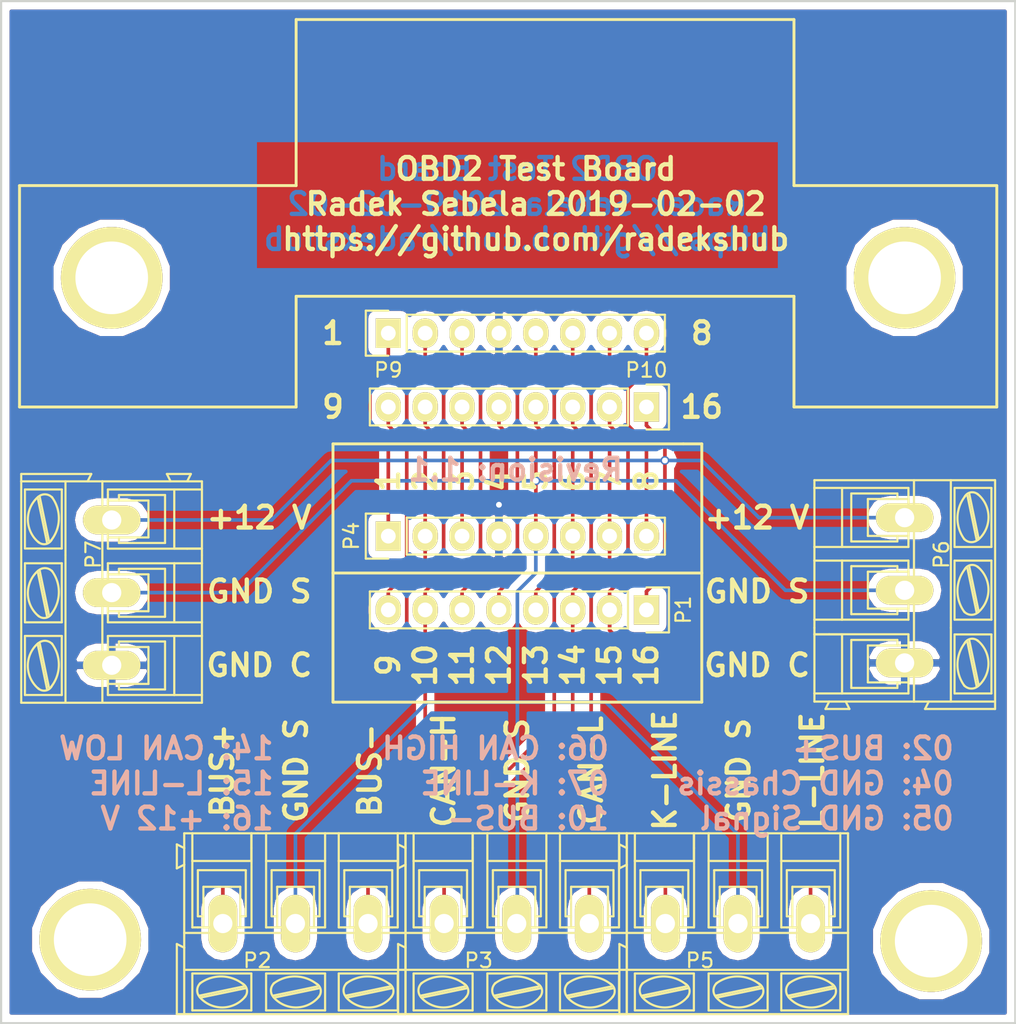
<source format=kicad_pcb>
(kicad_pcb (version 4) (host pcbnew 4.0.5-e0-6337~49~ubuntu16.04.1)

  (general
    (links 31)
    (no_connects 0)
    (area 110.414999 59.614999 180.415001 130.555)
    (thickness 1.6)
    (drawings 63)
    (tracks 145)
    (zones 0)
    (modules 13)
    (nets 17)
  )

  (page A4)
  (title_block
    (title "OBD2 Test Board")
    (date 2019-02-02)
    (rev 1.1)
    (company "Radek Sebela")
  )

  (layers
    (0 F.Cu signal)
    (31 B.Cu signal)
    (32 B.Adhes user)
    (33 F.Adhes user)
    (34 B.Paste user)
    (35 F.Paste user)
    (36 B.SilkS user)
    (37 F.SilkS user)
    (38 B.Mask user)
    (39 F.Mask user)
    (40 Dwgs.User user)
    (41 Cmts.User user)
    (42 Eco1.User user)
    (43 Eco2.User user)
    (44 Edge.Cuts user)
    (45 Margin user)
    (46 B.CrtYd user)
    (47 F.CrtYd user)
    (48 B.Fab user)
    (49 F.Fab user)
  )

  (setup
    (last_trace_width 0.25)
    (trace_clearance 0.2)
    (zone_clearance 0.508)
    (zone_45_only no)
    (trace_min 0.2)
    (segment_width 0.2)
    (edge_width 0.15)
    (via_size 0.6)
    (via_drill 0.4)
    (via_min_size 0.4)
    (via_min_drill 0.3)
    (uvia_size 0.3)
    (uvia_drill 0.1)
    (uvias_allowed no)
    (uvia_min_size 0.2)
    (uvia_min_drill 0.1)
    (pcb_text_width 0.3)
    (pcb_text_size 1.5 1.5)
    (mod_edge_width 0.15)
    (mod_text_size 1 1)
    (mod_text_width 0.15)
    (pad_size 7 7)
    (pad_drill 5)
    (pad_to_mask_clearance 0.2)
    (aux_axis_origin 110.49 59.69)
    (visible_elements 7FFFFFFF)
    (pcbplotparams
      (layerselection 0x010f0_80000001)
      (usegerberextensions true)
      (excludeedgelayer true)
      (linewidth 0.100000)
      (plotframeref false)
      (viasonmask false)
      (mode 1)
      (useauxorigin false)
      (hpglpennumber 1)
      (hpglpenspeed 20)
      (hpglpendiameter 15)
      (hpglpenoverlay 2)
      (psnegative false)
      (psa4output false)
      (plotreference true)
      (plotvalue false)
      (plotinvisibletext false)
      (padsonsilk false)
      (subtractmaskfromsilk true)
      (outputformat 1)
      (mirror false)
      (drillshape 0)
      (scaleselection 1)
      (outputdirectory fabrication))
  )

  (net 0 "")
  (net 1 /OBD2-16-VCC+12V)
  (net 2 /OBD2-15-L-Line)
  (net 3 /OBD2-14-CAN-L)
  (net 4 /OBD2-13-NC)
  (net 5 /OBD2-12-NC)
  (net 6 /OBD2-11-NC)
  (net 7 /OBD2-10-BUS-)
  (net 8 /OBD2-09-NC)
  (net 9 /OBD2-05-GND-SIGNAL)
  (net 10 /OBD2-02-BUS+)
  (net 11 /OBD2-06-CAN-H)
  (net 12 /OBD2-01-NC)
  (net 13 /OBD2-03-NC)
  (net 14 /OBD2-04-GND-CHASSIS)
  (net 15 /OBD2-07-K-Line)
  (net 16 /OBD2-08-NC)

  (net_class Default "This is the default net class."
    (clearance 0.2)
    (trace_width 0.25)
    (via_dia 0.6)
    (via_drill 0.4)
    (uvia_dia 0.3)
    (uvia_drill 0.1)
    (add_net /OBD2-01-NC)
    (add_net /OBD2-02-BUS+)
    (add_net /OBD2-03-NC)
    (add_net /OBD2-04-GND-CHASSIS)
    (add_net /OBD2-05-GND-SIGNAL)
    (add_net /OBD2-06-CAN-H)
    (add_net /OBD2-07-K-Line)
    (add_net /OBD2-08-NC)
    (add_net /OBD2-09-NC)
    (add_net /OBD2-10-BUS-)
    (add_net /OBD2-11-NC)
    (add_net /OBD2-12-NC)
    (add_net /OBD2-13-NC)
    (add_net /OBD2-14-CAN-L)
    (add_net /OBD2-15-L-Line)
    (add_net /OBD2-16-VCC+12V)
  )

  (module Connect:AK300-3 (layer F.Cu) (tedit 5C597952) (tstamp 5C59774C)
    (at 166.243 123.19 180)
    (descr CONNECTOR)
    (tags CONNECTOR)
    (path /5C597B1E)
    (attr virtual)
    (fp_text reference P5 (at 7.62 -2.54 180) (layer F.SilkS)
      (effects (font (size 1 1) (thickness 0.15)))
    )
    (fp_text value CONN_01X03 (at 2.754 7.737 180) (layer F.Fab)
      (effects (font (size 1 1) (thickness 0.15)))
    )
    (fp_line (start 13.418 -6.473) (end -2.83 -6.473) (layer F.CrtYd) (width 0.05))
    (fp_line (start 13.418 6.473) (end 13.418 -6.473) (layer F.CrtYd) (width 0.05))
    (fp_line (start -2.83 6.473) (end 13.418 6.473) (layer F.CrtYd) (width 0.05))
    (fp_line (start -2.83 -6.473) (end -2.83 6.473) (layer F.CrtYd) (width 0.05))
    (fp_line (start 12.66 -0.645) (end -2.5165 -0.645) (layer F.SilkS) (width 0.15))
    (fp_line (start 8.0245 3.9905) (end 8.0245 -0.264) (layer F.SilkS) (width 0.15))
    (fp_line (start 12.0885 6.213) (end 7.58 6.213) (layer F.SilkS) (width 0.15))
    (fp_line (start 7.58 -3.185) (end 12.5965 -3.185) (layer F.SilkS) (width 0.15))
    (fp_line (start -2.58 -6.233) (end 12.66 -6.233) (layer F.SilkS) (width 0.15))
    (fp_arc (start 8.9262 -4.65566) (end 8.63664 -4.1375) (angle 104.2) (layer F.SilkS) (width 0.15))
    (fp_arc (start 10.04126 -3.7184) (end 8.4436 -5.0138) (angle 100) (layer F.SilkS) (width 0.15))
    (fp_arc (start 10.12 -6.0806) (end 11.58304 -4.12734) (angle 75.5) (layer F.SilkS) (width 0.15))
    (fp_arc (start 11.0852 -4.60486) (end 11.59066 -5.06206) (angle 90.5) (layer F.SilkS) (width 0.15))
    (fp_line (start 8.4182 -0.264) (end 11.7202 -0.264) (layer F.SilkS) (width 0.15))
    (fp_line (start 8.0372 -0.264) (end 8.4182 -0.264) (layer F.SilkS) (width 0.15))
    (fp_line (start 12.1012 -0.264) (end 11.7202 -0.264) (layer F.SilkS) (width 0.15))
    (fp_line (start 8.5706 -4.328) (end 11.6186 -4.963) (layer F.SilkS) (width 0.15))
    (fp_line (start 8.4436 -4.455) (end 11.4916 -5.09) (layer F.SilkS) (width 0.15))
    (fp_line (start 12.1012 -3.439) (end 8.0372 -3.439) (layer F.SilkS) (width 0.15))
    (fp_line (start 12.1012 -5.979) (end 12.1012 -3.439) (layer F.SilkS) (width 0.15))
    (fp_line (start 8.0372 -5.979) (end 12.1012 -5.979) (layer F.SilkS) (width 0.15))
    (fp_line (start 8.0372 -3.439) (end 8.0372 -5.979) (layer F.SilkS) (width 0.15))
    (fp_line (start 12.66 -3.185) (end 12.66 -1.661) (layer F.SilkS) (width 0.15))
    (fp_line (start 12.66 -0.645) (end 12.66 4.054) (layer F.SilkS) (width 0.15))
    (fp_line (start 12.66 -1.661) (end 12.66 -0.645) (layer F.SilkS) (width 0.15))
    (fp_line (start 11.7202 0.498) (end 11.3392 0.498) (layer F.SilkS) (width 0.15))
    (fp_line (start 8.4182 0.498) (end 8.7992 0.498) (layer F.SilkS) (width 0.15))
    (fp_line (start 8.4182 3.673) (end 8.4182 0.498) (layer F.SilkS) (width 0.15))
    (fp_line (start 11.7202 3.673) (end 8.4182 3.673) (layer F.SilkS) (width 0.15))
    (fp_line (start 11.7202 3.673) (end 11.7202 0.498) (layer F.SilkS) (width 0.15))
    (fp_line (start 12.1012 4.308) (end 12.1012 6.213) (layer F.SilkS) (width 0.15))
    (fp_line (start 8.0372 4.308) (end 12.1012 4.308) (layer F.SilkS) (width 0.15))
    (fp_line (start 12.1012 6.213) (end 12.66 6.213) (layer F.SilkS) (width 0.15))
    (fp_line (start 12.1012 -0.264) (end 12.1012 4.308) (layer F.SilkS) (width 0.15))
    (fp_line (start 8.0372 6.213) (end 8.0372 4.308) (layer F.SilkS) (width 0.15))
    (fp_line (start 13.168 3.8) (end 13.168 5.451) (layer F.SilkS) (width 0.15))
    (fp_line (start 12.66 4.054) (end 12.66 5.197) (layer F.SilkS) (width 0.15))
    (fp_line (start 13.168 3.8) (end 12.66 4.054) (layer F.SilkS) (width 0.15))
    (fp_line (start 12.66 5.197) (end 12.66 6.213) (layer F.SilkS) (width 0.15))
    (fp_line (start 13.168 5.451) (end 12.66 5.197) (layer F.SilkS) (width 0.15))
    (fp_line (start 13.168 -1.407) (end 12.66 -1.661) (layer F.SilkS) (width 0.15))
    (fp_line (start 13.168 -6.233) (end 13.168 -1.407) (layer F.SilkS) (width 0.15))
    (fp_line (start 12.66 -6.233) (end 13.168 -6.233) (layer F.SilkS) (width 0.15))
    (fp_line (start 12.66 -6.233) (end 12.66 -3.185) (layer F.SilkS) (width 0.15))
    (fp_line (start 8.7992 2.53) (end 8.7992 -0.264) (layer F.SilkS) (width 0.15))
    (fp_line (start 8.7992 -0.264) (end 11.3392 -0.264) (layer F.SilkS) (width 0.15))
    (fp_line (start 11.3392 2.53) (end 11.3392 -0.264) (layer F.SilkS) (width 0.15))
    (fp_line (start 8.7992 2.53) (end 11.3392 2.53) (layer F.SilkS) (width 0.15))
    (fp_line (start -1.2846 2.53) (end 1.2554 2.53) (layer F.SilkS) (width 0.15))
    (fp_line (start 1.2554 2.53) (end 1.2554 -0.264) (layer F.SilkS) (width 0.15))
    (fp_line (start -1.2846 -0.264) (end 1.2554 -0.264) (layer F.SilkS) (width 0.15))
    (fp_line (start -1.2846 2.53) (end -1.2846 -0.264) (layer F.SilkS) (width 0.15))
    (fp_line (start 3.7192 2.53) (end 6.2592 2.53) (layer F.SilkS) (width 0.15))
    (fp_line (start 6.2592 2.53) (end 6.2592 -0.264) (layer F.SilkS) (width 0.15))
    (fp_line (start 3.7192 -0.264) (end 6.2592 -0.264) (layer F.SilkS) (width 0.15))
    (fp_line (start 3.7192 2.53) (end 3.7192 -0.264) (layer F.SilkS) (width 0.15))
    (fp_line (start 8.0245 5.197) (end 8.0245 6.213) (layer F.SilkS) (width 0.15))
    (fp_line (start 8.0245 4.054) (end 8.0245 5.197) (layer F.SilkS) (width 0.15))
    (fp_line (start 2.9572 6.213) (end 2.9572 4.308) (layer F.SilkS) (width 0.15))
    (fp_line (start 7.0212 -0.264) (end 7.0212 4.308) (layer F.SilkS) (width 0.15))
    (fp_line (start 2.9572 6.213) (end 7.0212 6.213) (layer F.SilkS) (width 0.15))
    (fp_line (start 7.0212 6.213) (end 7.58 6.213) (layer F.SilkS) (width 0.15))
    (fp_line (start 2.0174 6.213) (end 2.0174 4.308) (layer F.SilkS) (width 0.15))
    (fp_line (start 2.0174 6.213) (end 2.9572 6.213) (layer F.SilkS) (width 0.15))
    (fp_line (start -2.0466 -0.264) (end -2.0466 4.308) (layer F.SilkS) (width 0.15))
    (fp_line (start -2.58 6.213) (end -2.0466 6.213) (layer F.SilkS) (width 0.15))
    (fp_line (start -2.0466 6.213) (end 2.0174 6.213) (layer F.SilkS) (width 0.15))
    (fp_line (start 2.9572 4.308) (end 7.0212 4.308) (layer F.SilkS) (width 0.15))
    (fp_line (start 2.9572 4.308) (end 2.9572 -0.264) (layer F.SilkS) (width 0.15))
    (fp_line (start 7.0212 4.308) (end 7.0212 6.213) (layer F.SilkS) (width 0.15))
    (fp_line (start 2.0174 4.308) (end -2.0466 4.308) (layer F.SilkS) (width 0.15))
    (fp_line (start 2.0174 4.308) (end 2.0174 -0.264) (layer F.SilkS) (width 0.15))
    (fp_line (start -2.0466 4.308) (end -2.0466 6.213) (layer F.SilkS) (width 0.15))
    (fp_line (start 6.6402 3.673) (end 6.6402 0.498) (layer F.SilkS) (width 0.15))
    (fp_line (start 6.6402 3.673) (end 3.3382 3.673) (layer F.SilkS) (width 0.15))
    (fp_line (start 3.3382 3.673) (end 3.3382 0.498) (layer F.SilkS) (width 0.15))
    (fp_line (start 1.6364 3.673) (end 1.6364 0.498) (layer F.SilkS) (width 0.15))
    (fp_line (start 1.6364 3.673) (end -1.6656 3.673) (layer F.SilkS) (width 0.15))
    (fp_line (start -1.6656 3.673) (end -1.6656 0.498) (layer F.SilkS) (width 0.15))
    (fp_line (start -1.6656 0.498) (end -1.2846 0.498) (layer F.SilkS) (width 0.15))
    (fp_line (start 1.6364 0.498) (end 1.2554 0.498) (layer F.SilkS) (width 0.15))
    (fp_line (start 3.3382 0.498) (end 3.7192 0.498) (layer F.SilkS) (width 0.15))
    (fp_line (start 6.6402 0.498) (end 6.2592 0.498) (layer F.SilkS) (width 0.15))
    (fp_line (start -2.58 6.213) (end -2.58 -0.645) (layer F.SilkS) (width 0.15))
    (fp_line (start -2.58 -0.645) (end -2.58 -3.185) (layer F.SilkS) (width 0.15))
    (fp_line (start -2.58 -3.185) (end 7.58 -3.185) (layer F.SilkS) (width 0.15))
    (fp_line (start -2.58 -3.185) (end -2.58 -6.233) (layer F.SilkS) (width 0.15))
    (fp_line (start 2.9572 -3.439) (end 2.9572 -5.979) (layer F.SilkS) (width 0.15))
    (fp_line (start 2.9572 -5.979) (end 7.0212 -5.979) (layer F.SilkS) (width 0.15))
    (fp_line (start 7.0212 -5.979) (end 7.0212 -3.439) (layer F.SilkS) (width 0.15))
    (fp_line (start 7.0212 -3.439) (end 2.9572 -3.439) (layer F.SilkS) (width 0.15))
    (fp_line (start 2.0174 -3.439) (end 2.0174 -5.979) (layer F.SilkS) (width 0.15))
    (fp_line (start 2.0174 -3.439) (end -2.0466 -3.439) (layer F.SilkS) (width 0.15))
    (fp_line (start -2.0466 -3.439) (end -2.0466 -5.979) (layer F.SilkS) (width 0.15))
    (fp_line (start 2.0174 -5.979) (end -2.0466 -5.979) (layer F.SilkS) (width 0.15))
    (fp_line (start 3.3636 -4.455) (end 6.4116 -5.09) (layer F.SilkS) (width 0.15))
    (fp_line (start 3.4906 -4.328) (end 6.5386 -4.963) (layer F.SilkS) (width 0.15))
    (fp_line (start -1.6402 -4.455) (end 1.41034 -5.09) (layer F.SilkS) (width 0.15))
    (fp_line (start -1.5132 -4.328) (end 1.5348 -4.963) (layer F.SilkS) (width 0.15))
    (fp_line (start -2.0466 -0.264) (end -1.6656 -0.264) (layer F.SilkS) (width 0.15))
    (fp_line (start 2.0174 -0.264) (end 1.6364 -0.264) (layer F.SilkS) (width 0.15))
    (fp_line (start 1.6364 -0.264) (end -1.6656 -0.264) (layer F.SilkS) (width 0.15))
    (fp_line (start 7.0212 -0.264) (end 6.6402 -0.264) (layer F.SilkS) (width 0.15))
    (fp_line (start 2.9572 -0.264) (end 3.3382 -0.264) (layer F.SilkS) (width 0.15))
    (fp_line (start 3.3382 -0.264) (end 6.6402 -0.264) (layer F.SilkS) (width 0.15))
    (fp_arc (start 6.0052 -4.60486) (end 6.51066 -5.06206) (angle 90.5) (layer F.SilkS) (width 0.15))
    (fp_arc (start 5.04 -6.0806) (end 6.50304 -4.12734) (angle 75.5) (layer F.SilkS) (width 0.15))
    (fp_arc (start 4.96126 -3.7184) (end 3.3636 -5.0138) (angle 100) (layer F.SilkS) (width 0.15))
    (fp_arc (start 3.8462 -4.65566) (end 3.55664 -4.1375) (angle 104.2) (layer F.SilkS) (width 0.15))
    (fp_arc (start 1.0014 -4.60486) (end 1.5094 -5.06206) (angle 90.5) (layer F.SilkS) (width 0.15))
    (fp_arc (start 0.03874 -6.0806) (end 1.50178 -4.12734) (angle 75.5) (layer F.SilkS) (width 0.15))
    (fp_arc (start -0.03746 -3.7184) (end -1.6402 -5.0138) (angle 100) (layer F.SilkS) (width 0.15))
    (fp_arc (start -1.1576 -4.65566) (end -1.44462 -4.1375) (angle 104.2) (layer F.SilkS) (width 0.15))
    (pad 1 thru_hole oval (at 0 0 180) (size 1.9812 3.9624) (drill 1.3208) (layers *.Cu F.Paste F.SilkS F.Mask)
      (net 2 /OBD2-15-L-Line))
    (pad 2 thru_hole oval (at 5 0 180) (size 1.9812 3.9624) (drill 1.3208) (layers *.Cu F.Paste F.SilkS F.Mask)
      (net 9 /OBD2-05-GND-SIGNAL))
    (pad 3 thru_hole oval (at 10 0 180) (size 1.9812 3.9624) (drill 1.3208) (layers *.Cu F.Paste F.SilkS F.Mask)
      (net 15 /OBD2-07-K-Line))
  )

  (module Pin_Headers:Pin_Header_Straight_1x08 (layer F.Cu) (tedit 5C587BDA) (tstamp 5C582FB6)
    (at 154.94 101.6 270)
    (descr "Through hole pin header")
    (tags "pin header")
    (path /5C583390)
    (fp_text reference P1 (at 0 -2.54 270) (layer F.SilkS)
      (effects (font (size 1 1) (thickness 0.15)))
    )
    (fp_text value CONN_01X08 (at 0 -3.1 270) (layer F.Fab)
      (effects (font (size 1 1) (thickness 0.15)))
    )
    (fp_line (start -1.75 -1.75) (end -1.75 19.55) (layer F.CrtYd) (width 0.05))
    (fp_line (start 1.75 -1.75) (end 1.75 19.55) (layer F.CrtYd) (width 0.05))
    (fp_line (start -1.75 -1.75) (end 1.75 -1.75) (layer F.CrtYd) (width 0.05))
    (fp_line (start -1.75 19.55) (end 1.75 19.55) (layer F.CrtYd) (width 0.05))
    (fp_line (start 1.27 1.27) (end 1.27 19.05) (layer F.SilkS) (width 0.15))
    (fp_line (start 1.27 19.05) (end -1.27 19.05) (layer F.SilkS) (width 0.15))
    (fp_line (start -1.27 19.05) (end -1.27 1.27) (layer F.SilkS) (width 0.15))
    (fp_line (start 1.55 -1.55) (end 1.55 0) (layer F.SilkS) (width 0.15))
    (fp_line (start 1.27 1.27) (end -1.27 1.27) (layer F.SilkS) (width 0.15))
    (fp_line (start -1.55 0) (end -1.55 -1.55) (layer F.SilkS) (width 0.15))
    (fp_line (start -1.55 -1.55) (end 1.55 -1.55) (layer F.SilkS) (width 0.15))
    (pad 1 thru_hole rect (at 0 0 270) (size 2.032 1.7272) (drill 1.016) (layers *.Cu *.Mask F.SilkS)
      (net 1 /OBD2-16-VCC+12V))
    (pad 2 thru_hole oval (at 0 2.54 270) (size 2.032 1.7272) (drill 1.016) (layers *.Cu *.Mask F.SilkS)
      (net 2 /OBD2-15-L-Line))
    (pad 3 thru_hole oval (at 0 5.08 270) (size 2.032 1.7272) (drill 1.016) (layers *.Cu *.Mask F.SilkS)
      (net 3 /OBD2-14-CAN-L))
    (pad 4 thru_hole oval (at 0 7.62 270) (size 2.032 1.7272) (drill 1.016) (layers *.Cu *.Mask F.SilkS)
      (net 4 /OBD2-13-NC))
    (pad 5 thru_hole oval (at 0 10.16 270) (size 2.032 1.7272) (drill 1.016) (layers *.Cu *.Mask F.SilkS)
      (net 5 /OBD2-12-NC))
    (pad 6 thru_hole oval (at 0 12.7 270) (size 2.032 1.7272) (drill 1.016) (layers *.Cu *.Mask F.SilkS)
      (net 6 /OBD2-11-NC))
    (pad 7 thru_hole oval (at 0 15.24 270) (size 2.032 1.7272) (drill 1.016) (layers *.Cu *.Mask F.SilkS)
      (net 7 /OBD2-10-BUS-))
    (pad 8 thru_hole oval (at 0 17.78 270) (size 2.032 1.7272) (drill 1.016) (layers *.Cu *.Mask F.SilkS)
      (net 8 /OBD2-09-NC))
    (model Pin_Headers.3dshapes/Pin_Header_Straight_1x08.wrl
      (at (xyz 0 -0.35 0))
      (scale (xyz 1 1 1))
      (rotate (xyz 0 0 90))
    )
  )

  (module Pin_Headers:Pin_Header_Straight_1x08 (layer F.Cu) (tedit 5C587BC7) (tstamp 5C582FDA)
    (at 137.16 96.52 90)
    (descr "Through hole pin header")
    (tags "pin header")
    (path /5C5833F7)
    (fp_text reference P4 (at 0 -2.54 90) (layer F.SilkS)
      (effects (font (size 1 1) (thickness 0.15)))
    )
    (fp_text value CONN_01X08 (at 0 -3.1 90) (layer F.Fab)
      (effects (font (size 1 1) (thickness 0.15)))
    )
    (fp_line (start -1.75 -1.75) (end -1.75 19.55) (layer F.CrtYd) (width 0.05))
    (fp_line (start 1.75 -1.75) (end 1.75 19.55) (layer F.CrtYd) (width 0.05))
    (fp_line (start -1.75 -1.75) (end 1.75 -1.75) (layer F.CrtYd) (width 0.05))
    (fp_line (start -1.75 19.55) (end 1.75 19.55) (layer F.CrtYd) (width 0.05))
    (fp_line (start 1.27 1.27) (end 1.27 19.05) (layer F.SilkS) (width 0.15))
    (fp_line (start 1.27 19.05) (end -1.27 19.05) (layer F.SilkS) (width 0.15))
    (fp_line (start -1.27 19.05) (end -1.27 1.27) (layer F.SilkS) (width 0.15))
    (fp_line (start 1.55 -1.55) (end 1.55 0) (layer F.SilkS) (width 0.15))
    (fp_line (start 1.27 1.27) (end -1.27 1.27) (layer F.SilkS) (width 0.15))
    (fp_line (start -1.55 0) (end -1.55 -1.55) (layer F.SilkS) (width 0.15))
    (fp_line (start -1.55 -1.55) (end 1.55 -1.55) (layer F.SilkS) (width 0.15))
    (pad 1 thru_hole rect (at 0 0 90) (size 2.032 1.7272) (drill 1.016) (layers *.Cu *.Mask F.SilkS)
      (net 12 /OBD2-01-NC))
    (pad 2 thru_hole oval (at 0 2.54 90) (size 2.032 1.7272) (drill 1.016) (layers *.Cu *.Mask F.SilkS)
      (net 10 /OBD2-02-BUS+))
    (pad 3 thru_hole oval (at 0 5.08 90) (size 2.032 1.7272) (drill 1.016) (layers *.Cu *.Mask F.SilkS)
      (net 13 /OBD2-03-NC))
    (pad 4 thru_hole oval (at 0 7.62 90) (size 2.032 1.7272) (drill 1.016) (layers *.Cu *.Mask F.SilkS)
      (net 14 /OBD2-04-GND-CHASSIS))
    (pad 5 thru_hole oval (at 0 10.16 90) (size 2.032 1.7272) (drill 1.016) (layers *.Cu *.Mask F.SilkS)
      (net 9 /OBD2-05-GND-SIGNAL))
    (pad 6 thru_hole oval (at 0 12.7 90) (size 2.032 1.7272) (drill 1.016) (layers *.Cu *.Mask F.SilkS)
      (net 11 /OBD2-06-CAN-H))
    (pad 7 thru_hole oval (at 0 15.24 90) (size 2.032 1.7272) (drill 1.016) (layers *.Cu *.Mask F.SilkS)
      (net 15 /OBD2-07-K-Line))
    (pad 8 thru_hole oval (at 0 17.78 90) (size 2.032 1.7272) (drill 1.016) (layers *.Cu *.Mask F.SilkS)
      (net 16 /OBD2-08-NC))
    (model Pin_Headers.3dshapes/Pin_Header_Straight_1x08.wrl
      (at (xyz 0 -0.35 0))
      (scale (xyz 1 1 1))
      (rotate (xyz 0 0 90))
    )
  )

  (module Connect:1pin (layer F.Cu) (tedit 5C597001) (tstamp 5C59FEC3)
    (at 172.72 78.74)
    (descr "module 1 pin (ou trou mecanique de percage)")
    (tags DEV)
    (fp_text reference "" (at 0 -5.08) (layer F.SilkS)
      (effects (font (size 1 1) (thickness 0.15)))
    )
    (fp_text value 1pin (at 0 2.794) (layer F.Fab)
      (effects (font (size 1 1) (thickness 0.15)))
    )
    (fp_circle (center 0 0) (end 0 -2.286) (layer F.SilkS) (width 0.15))
    (pad 1 thru_hole circle (at 0 0) (size 7 7) (drill 5) (layers *.Cu *.Mask F.SilkS))
  )

  (module Connect:1pin (layer F.Cu) (tedit 5C596FED) (tstamp 5C59FED2)
    (at 118.11 78.74)
    (descr "module 1 pin (ou trou mecanique de percage)")
    (tags DEV)
    (fp_text reference "" (at 0 -5.08) (layer F.SilkS)
      (effects (font (size 1 1) (thickness 0.15)))
    )
    (fp_text value 1pin (at 0 2.794) (layer F.Fab)
      (effects (font (size 1 1) (thickness 0.15)))
    )
    (fp_circle (center 0 0) (end 0 -2.286) (layer F.SilkS) (width 0.15))
    (pad 1 thru_hole circle (at 0 0) (size 7 7) (drill 5) (layers *.Cu *.Mask F.SilkS))
  )

  (module Connect:1pin (layer F.Cu) (tedit 5C596FF6) (tstamp 5C59FEF2)
    (at 116.625 124.3)
    (descr "module 1 pin (ou trou mecanique de percage)")
    (tags DEV)
    (fp_text reference "" (at 0 5.08) (layer F.SilkS)
      (effects (font (size 1 1) (thickness 0.15)))
    )
    (fp_text value 1pin (at 0 2.794) (layer F.Fab)
      (effects (font (size 1 1) (thickness 0.15)))
    )
    (fp_circle (center 0 0) (end 0 -2.286) (layer F.SilkS) (width 0.15))
    (pad 1 thru_hole circle (at 0 0) (size 7 7) (drill 5) (layers *.Cu *.Mask F.SilkS))
  )

  (module Connect:1pin (layer F.Cu) (tedit 5C596FFB) (tstamp 5C59FEFD)
    (at 174.55 124.4)
    (descr "module 1 pin (ou trou mecanique de percage)")
    (tags DEV)
    (fp_text reference "" (at 0 5.08) (layer F.SilkS)
      (effects (font (size 1 1) (thickness 0.15)))
    )
    (fp_text value 1pin (at 0 2.794) (layer F.Fab)
      (effects (font (size 1 1) (thickness 0.15)))
    )
    (fp_circle (center 0 0) (end 0 -2.286) (layer F.SilkS) (width 0.15))
    (pad 1 thru_hole circle (at 0 0) (size 7 7) (drill 5) (layers *.Cu *.Mask F.SilkS))
  )

  (module Pin_Headers:Pin_Header_Straight_1x08 (layer F.Cu) (tedit 5C596DF8) (tstamp 5C58741E)
    (at 137.16 82.55 90)
    (descr "Through hole pin header")
    (tags "pin header")
    (path /5C5874F3)
    (fp_text reference P9 (at -2.54 0 180) (layer F.SilkS)
      (effects (font (size 1 1) (thickness 0.15)))
    )
    (fp_text value CONN_01X08 (at 0 -3.1 90) (layer F.Fab)
      (effects (font (size 1 1) (thickness 0.15)))
    )
    (fp_line (start -1.75 -1.75) (end -1.75 19.55) (layer F.CrtYd) (width 0.05))
    (fp_line (start 1.75 -1.75) (end 1.75 19.55) (layer F.CrtYd) (width 0.05))
    (fp_line (start -1.75 -1.75) (end 1.75 -1.75) (layer F.CrtYd) (width 0.05))
    (fp_line (start -1.75 19.55) (end 1.75 19.55) (layer F.CrtYd) (width 0.05))
    (fp_line (start 1.27 1.27) (end 1.27 19.05) (layer F.SilkS) (width 0.15))
    (fp_line (start 1.27 19.05) (end -1.27 19.05) (layer F.SilkS) (width 0.15))
    (fp_line (start -1.27 19.05) (end -1.27 1.27) (layer F.SilkS) (width 0.15))
    (fp_line (start 1.55 -1.55) (end 1.55 0) (layer F.SilkS) (width 0.15))
    (fp_line (start 1.27 1.27) (end -1.27 1.27) (layer F.SilkS) (width 0.15))
    (fp_line (start -1.55 0) (end -1.55 -1.55) (layer F.SilkS) (width 0.15))
    (fp_line (start -1.55 -1.55) (end 1.55 -1.55) (layer F.SilkS) (width 0.15))
    (pad 1 thru_hole rect (at 0 0 90) (size 2.032 1.7272) (drill 1.016) (layers *.Cu *.Mask F.SilkS)
      (net 12 /OBD2-01-NC))
    (pad 2 thru_hole oval (at 0 2.54 90) (size 2.032 1.7272) (drill 1.016) (layers *.Cu *.Mask F.SilkS)
      (net 10 /OBD2-02-BUS+))
    (pad 3 thru_hole oval (at 0 5.08 90) (size 2.032 1.7272) (drill 1.016) (layers *.Cu *.Mask F.SilkS)
      (net 13 /OBD2-03-NC))
    (pad 4 thru_hole oval (at 0 7.62 90) (size 2.032 1.7272) (drill 1.016) (layers *.Cu *.Mask F.SilkS)
      (net 14 /OBD2-04-GND-CHASSIS))
    (pad 5 thru_hole oval (at 0 10.16 90) (size 2.032 1.7272) (drill 1.016) (layers *.Cu *.Mask F.SilkS)
      (net 9 /OBD2-05-GND-SIGNAL))
    (pad 6 thru_hole oval (at 0 12.7 90) (size 2.032 1.7272) (drill 1.016) (layers *.Cu *.Mask F.SilkS)
      (net 11 /OBD2-06-CAN-H))
    (pad 7 thru_hole oval (at 0 15.24 90) (size 2.032 1.7272) (drill 1.016) (layers *.Cu *.Mask F.SilkS)
      (net 15 /OBD2-07-K-Line))
    (pad 8 thru_hole oval (at 0 17.78 90) (size 2.032 1.7272) (drill 1.016) (layers *.Cu *.Mask F.SilkS)
      (net 16 /OBD2-08-NC))
    (model Pin_Headers.3dshapes/Pin_Header_Straight_1x08.wrl
      (at (xyz 0 -0.35 0))
      (scale (xyz 1 1 1))
      (rotate (xyz 0 0 90))
    )
  )

  (module Pin_Headers:Pin_Header_Straight_1x08 (layer F.Cu) (tedit 5C597049) (tstamp 5C58742A)
    (at 154.94 87.63 270)
    (descr "Through hole pin header")
    (tags "pin header")
    (path /5C58730B)
    (fp_text reference P10 (at -2.54 0 360) (layer F.SilkS)
      (effects (font (size 1 1) (thickness 0.15)))
    )
    (fp_text value CONN_01X08 (at 0 -3.1 270) (layer F.Fab)
      (effects (font (size 1 1) (thickness 0.15)))
    )
    (fp_line (start -1.75 -1.75) (end -1.75 19.55) (layer F.CrtYd) (width 0.05))
    (fp_line (start 1.75 -1.75) (end 1.75 19.55) (layer F.CrtYd) (width 0.05))
    (fp_line (start -1.75 -1.75) (end 1.75 -1.75) (layer F.CrtYd) (width 0.05))
    (fp_line (start -1.75 19.55) (end 1.75 19.55) (layer F.CrtYd) (width 0.05))
    (fp_line (start 1.27 1.27) (end 1.27 19.05) (layer F.SilkS) (width 0.15))
    (fp_line (start 1.27 19.05) (end -1.27 19.05) (layer F.SilkS) (width 0.15))
    (fp_line (start -1.27 19.05) (end -1.27 1.27) (layer F.SilkS) (width 0.15))
    (fp_line (start 1.55 -1.55) (end 1.55 0) (layer F.SilkS) (width 0.15))
    (fp_line (start 1.27 1.27) (end -1.27 1.27) (layer F.SilkS) (width 0.15))
    (fp_line (start -1.55 0) (end -1.55 -1.55) (layer F.SilkS) (width 0.15))
    (fp_line (start -1.55 -1.55) (end 1.55 -1.55) (layer F.SilkS) (width 0.15))
    (pad 1 thru_hole rect (at 0 0 270) (size 2.032 1.7272) (drill 1.016) (layers *.Cu *.Mask F.SilkS)
      (net 1 /OBD2-16-VCC+12V))
    (pad 2 thru_hole oval (at 0 2.54 270) (size 2.032 1.7272) (drill 1.016) (layers *.Cu *.Mask F.SilkS)
      (net 2 /OBD2-15-L-Line))
    (pad 3 thru_hole oval (at 0 5.08 270) (size 2.032 1.7272) (drill 1.016) (layers *.Cu *.Mask F.SilkS)
      (net 3 /OBD2-14-CAN-L))
    (pad 4 thru_hole oval (at 0 7.62 270) (size 2.032 1.7272) (drill 1.016) (layers *.Cu *.Mask F.SilkS)
      (net 4 /OBD2-13-NC))
    (pad 5 thru_hole oval (at 0 10.16 270) (size 2.032 1.7272) (drill 1.016) (layers *.Cu *.Mask F.SilkS)
      (net 5 /OBD2-12-NC))
    (pad 6 thru_hole oval (at 0 12.7 270) (size 2.032 1.7272) (drill 1.016) (layers *.Cu *.Mask F.SilkS)
      (net 6 /OBD2-11-NC))
    (pad 7 thru_hole oval (at 0 15.24 270) (size 2.032 1.7272) (drill 1.016) (layers *.Cu *.Mask F.SilkS)
      (net 7 /OBD2-10-BUS-))
    (pad 8 thru_hole oval (at 0 17.78 270) (size 2.032 1.7272) (drill 1.016) (layers *.Cu *.Mask F.SilkS)
      (net 8 /OBD2-09-NC))
    (model Pin_Headers.3dshapes/Pin_Header_Straight_1x08.wrl
      (at (xyz 0 -0.35 0))
      (scale (xyz 1 1 1))
      (rotate (xyz 0 0 90))
    )
  )

  (module Connect:AK300-3 (layer F.Cu) (tedit 5C597957) (tstamp 5C59773E)
    (at 135.763 123.19 180)
    (descr CONNECTOR)
    (tags CONNECTOR)
    (path /5C597AB2)
    (attr virtual)
    (fp_text reference P2 (at 7.62 -2.54 180) (layer F.SilkS)
      (effects (font (size 1 1) (thickness 0.15)))
    )
    (fp_text value CONN_01X03 (at 2.754 7.737 180) (layer F.Fab)
      (effects (font (size 1 1) (thickness 0.15)))
    )
    (fp_line (start 13.418 -6.473) (end -2.83 -6.473) (layer F.CrtYd) (width 0.05))
    (fp_line (start 13.418 6.473) (end 13.418 -6.473) (layer F.CrtYd) (width 0.05))
    (fp_line (start -2.83 6.473) (end 13.418 6.473) (layer F.CrtYd) (width 0.05))
    (fp_line (start -2.83 -6.473) (end -2.83 6.473) (layer F.CrtYd) (width 0.05))
    (fp_line (start 12.66 -0.645) (end -2.5165 -0.645) (layer F.SilkS) (width 0.15))
    (fp_line (start 8.0245 3.9905) (end 8.0245 -0.264) (layer F.SilkS) (width 0.15))
    (fp_line (start 12.0885 6.213) (end 7.58 6.213) (layer F.SilkS) (width 0.15))
    (fp_line (start 7.58 -3.185) (end 12.5965 -3.185) (layer F.SilkS) (width 0.15))
    (fp_line (start -2.58 -6.233) (end 12.66 -6.233) (layer F.SilkS) (width 0.15))
    (fp_arc (start 8.9262 -4.65566) (end 8.63664 -4.1375) (angle 104.2) (layer F.SilkS) (width 0.15))
    (fp_arc (start 10.04126 -3.7184) (end 8.4436 -5.0138) (angle 100) (layer F.SilkS) (width 0.15))
    (fp_arc (start 10.12 -6.0806) (end 11.58304 -4.12734) (angle 75.5) (layer F.SilkS) (width 0.15))
    (fp_arc (start 11.0852 -4.60486) (end 11.59066 -5.06206) (angle 90.5) (layer F.SilkS) (width 0.15))
    (fp_line (start 8.4182 -0.264) (end 11.7202 -0.264) (layer F.SilkS) (width 0.15))
    (fp_line (start 8.0372 -0.264) (end 8.4182 -0.264) (layer F.SilkS) (width 0.15))
    (fp_line (start 12.1012 -0.264) (end 11.7202 -0.264) (layer F.SilkS) (width 0.15))
    (fp_line (start 8.5706 -4.328) (end 11.6186 -4.963) (layer F.SilkS) (width 0.15))
    (fp_line (start 8.4436 -4.455) (end 11.4916 -5.09) (layer F.SilkS) (width 0.15))
    (fp_line (start 12.1012 -3.439) (end 8.0372 -3.439) (layer F.SilkS) (width 0.15))
    (fp_line (start 12.1012 -5.979) (end 12.1012 -3.439) (layer F.SilkS) (width 0.15))
    (fp_line (start 8.0372 -5.979) (end 12.1012 -5.979) (layer F.SilkS) (width 0.15))
    (fp_line (start 8.0372 -3.439) (end 8.0372 -5.979) (layer F.SilkS) (width 0.15))
    (fp_line (start 12.66 -3.185) (end 12.66 -1.661) (layer F.SilkS) (width 0.15))
    (fp_line (start 12.66 -0.645) (end 12.66 4.054) (layer F.SilkS) (width 0.15))
    (fp_line (start 12.66 -1.661) (end 12.66 -0.645) (layer F.SilkS) (width 0.15))
    (fp_line (start 11.7202 0.498) (end 11.3392 0.498) (layer F.SilkS) (width 0.15))
    (fp_line (start 8.4182 0.498) (end 8.7992 0.498) (layer F.SilkS) (width 0.15))
    (fp_line (start 8.4182 3.673) (end 8.4182 0.498) (layer F.SilkS) (width 0.15))
    (fp_line (start 11.7202 3.673) (end 8.4182 3.673) (layer F.SilkS) (width 0.15))
    (fp_line (start 11.7202 3.673) (end 11.7202 0.498) (layer F.SilkS) (width 0.15))
    (fp_line (start 12.1012 4.308) (end 12.1012 6.213) (layer F.SilkS) (width 0.15))
    (fp_line (start 8.0372 4.308) (end 12.1012 4.308) (layer F.SilkS) (width 0.15))
    (fp_line (start 12.1012 6.213) (end 12.66 6.213) (layer F.SilkS) (width 0.15))
    (fp_line (start 12.1012 -0.264) (end 12.1012 4.308) (layer F.SilkS) (width 0.15))
    (fp_line (start 8.0372 6.213) (end 8.0372 4.308) (layer F.SilkS) (width 0.15))
    (fp_line (start 13.168 3.8) (end 13.168 5.451) (layer F.SilkS) (width 0.15))
    (fp_line (start 12.66 4.054) (end 12.66 5.197) (layer F.SilkS) (width 0.15))
    (fp_line (start 13.168 3.8) (end 12.66 4.054) (layer F.SilkS) (width 0.15))
    (fp_line (start 12.66 5.197) (end 12.66 6.213) (layer F.SilkS) (width 0.15))
    (fp_line (start 13.168 5.451) (end 12.66 5.197) (layer F.SilkS) (width 0.15))
    (fp_line (start 13.168 -1.407) (end 12.66 -1.661) (layer F.SilkS) (width 0.15))
    (fp_line (start 13.168 -6.233) (end 13.168 -1.407) (layer F.SilkS) (width 0.15))
    (fp_line (start 12.66 -6.233) (end 13.168 -6.233) (layer F.SilkS) (width 0.15))
    (fp_line (start 12.66 -6.233) (end 12.66 -3.185) (layer F.SilkS) (width 0.15))
    (fp_line (start 8.7992 2.53) (end 8.7992 -0.264) (layer F.SilkS) (width 0.15))
    (fp_line (start 8.7992 -0.264) (end 11.3392 -0.264) (layer F.SilkS) (width 0.15))
    (fp_line (start 11.3392 2.53) (end 11.3392 -0.264) (layer F.SilkS) (width 0.15))
    (fp_line (start 8.7992 2.53) (end 11.3392 2.53) (layer F.SilkS) (width 0.15))
    (fp_line (start -1.2846 2.53) (end 1.2554 2.53) (layer F.SilkS) (width 0.15))
    (fp_line (start 1.2554 2.53) (end 1.2554 -0.264) (layer F.SilkS) (width 0.15))
    (fp_line (start -1.2846 -0.264) (end 1.2554 -0.264) (layer F.SilkS) (width 0.15))
    (fp_line (start -1.2846 2.53) (end -1.2846 -0.264) (layer F.SilkS) (width 0.15))
    (fp_line (start 3.7192 2.53) (end 6.2592 2.53) (layer F.SilkS) (width 0.15))
    (fp_line (start 6.2592 2.53) (end 6.2592 -0.264) (layer F.SilkS) (width 0.15))
    (fp_line (start 3.7192 -0.264) (end 6.2592 -0.264) (layer F.SilkS) (width 0.15))
    (fp_line (start 3.7192 2.53) (end 3.7192 -0.264) (layer F.SilkS) (width 0.15))
    (fp_line (start 8.0245 5.197) (end 8.0245 6.213) (layer F.SilkS) (width 0.15))
    (fp_line (start 8.0245 4.054) (end 8.0245 5.197) (layer F.SilkS) (width 0.15))
    (fp_line (start 2.9572 6.213) (end 2.9572 4.308) (layer F.SilkS) (width 0.15))
    (fp_line (start 7.0212 -0.264) (end 7.0212 4.308) (layer F.SilkS) (width 0.15))
    (fp_line (start 2.9572 6.213) (end 7.0212 6.213) (layer F.SilkS) (width 0.15))
    (fp_line (start 7.0212 6.213) (end 7.58 6.213) (layer F.SilkS) (width 0.15))
    (fp_line (start 2.0174 6.213) (end 2.0174 4.308) (layer F.SilkS) (width 0.15))
    (fp_line (start 2.0174 6.213) (end 2.9572 6.213) (layer F.SilkS) (width 0.15))
    (fp_line (start -2.0466 -0.264) (end -2.0466 4.308) (layer F.SilkS) (width 0.15))
    (fp_line (start -2.58 6.213) (end -2.0466 6.213) (layer F.SilkS) (width 0.15))
    (fp_line (start -2.0466 6.213) (end 2.0174 6.213) (layer F.SilkS) (width 0.15))
    (fp_line (start 2.9572 4.308) (end 7.0212 4.308) (layer F.SilkS) (width 0.15))
    (fp_line (start 2.9572 4.308) (end 2.9572 -0.264) (layer F.SilkS) (width 0.15))
    (fp_line (start 7.0212 4.308) (end 7.0212 6.213) (layer F.SilkS) (width 0.15))
    (fp_line (start 2.0174 4.308) (end -2.0466 4.308) (layer F.SilkS) (width 0.15))
    (fp_line (start 2.0174 4.308) (end 2.0174 -0.264) (layer F.SilkS) (width 0.15))
    (fp_line (start -2.0466 4.308) (end -2.0466 6.213) (layer F.SilkS) (width 0.15))
    (fp_line (start 6.6402 3.673) (end 6.6402 0.498) (layer F.SilkS) (width 0.15))
    (fp_line (start 6.6402 3.673) (end 3.3382 3.673) (layer F.SilkS) (width 0.15))
    (fp_line (start 3.3382 3.673) (end 3.3382 0.498) (layer F.SilkS) (width 0.15))
    (fp_line (start 1.6364 3.673) (end 1.6364 0.498) (layer F.SilkS) (width 0.15))
    (fp_line (start 1.6364 3.673) (end -1.6656 3.673) (layer F.SilkS) (width 0.15))
    (fp_line (start -1.6656 3.673) (end -1.6656 0.498) (layer F.SilkS) (width 0.15))
    (fp_line (start -1.6656 0.498) (end -1.2846 0.498) (layer F.SilkS) (width 0.15))
    (fp_line (start 1.6364 0.498) (end 1.2554 0.498) (layer F.SilkS) (width 0.15))
    (fp_line (start 3.3382 0.498) (end 3.7192 0.498) (layer F.SilkS) (width 0.15))
    (fp_line (start 6.6402 0.498) (end 6.2592 0.498) (layer F.SilkS) (width 0.15))
    (fp_line (start -2.58 6.213) (end -2.58 -0.645) (layer F.SilkS) (width 0.15))
    (fp_line (start -2.58 -0.645) (end -2.58 -3.185) (layer F.SilkS) (width 0.15))
    (fp_line (start -2.58 -3.185) (end 7.58 -3.185) (layer F.SilkS) (width 0.15))
    (fp_line (start -2.58 -3.185) (end -2.58 -6.233) (layer F.SilkS) (width 0.15))
    (fp_line (start 2.9572 -3.439) (end 2.9572 -5.979) (layer F.SilkS) (width 0.15))
    (fp_line (start 2.9572 -5.979) (end 7.0212 -5.979) (layer F.SilkS) (width 0.15))
    (fp_line (start 7.0212 -5.979) (end 7.0212 -3.439) (layer F.SilkS) (width 0.15))
    (fp_line (start 7.0212 -3.439) (end 2.9572 -3.439) (layer F.SilkS) (width 0.15))
    (fp_line (start 2.0174 -3.439) (end 2.0174 -5.979) (layer F.SilkS) (width 0.15))
    (fp_line (start 2.0174 -3.439) (end -2.0466 -3.439) (layer F.SilkS) (width 0.15))
    (fp_line (start -2.0466 -3.439) (end -2.0466 -5.979) (layer F.SilkS) (width 0.15))
    (fp_line (start 2.0174 -5.979) (end -2.0466 -5.979) (layer F.SilkS) (width 0.15))
    (fp_line (start 3.3636 -4.455) (end 6.4116 -5.09) (layer F.SilkS) (width 0.15))
    (fp_line (start 3.4906 -4.328) (end 6.5386 -4.963) (layer F.SilkS) (width 0.15))
    (fp_line (start -1.6402 -4.455) (end 1.41034 -5.09) (layer F.SilkS) (width 0.15))
    (fp_line (start -1.5132 -4.328) (end 1.5348 -4.963) (layer F.SilkS) (width 0.15))
    (fp_line (start -2.0466 -0.264) (end -1.6656 -0.264) (layer F.SilkS) (width 0.15))
    (fp_line (start 2.0174 -0.264) (end 1.6364 -0.264) (layer F.SilkS) (width 0.15))
    (fp_line (start 1.6364 -0.264) (end -1.6656 -0.264) (layer F.SilkS) (width 0.15))
    (fp_line (start 7.0212 -0.264) (end 6.6402 -0.264) (layer F.SilkS) (width 0.15))
    (fp_line (start 2.9572 -0.264) (end 3.3382 -0.264) (layer F.SilkS) (width 0.15))
    (fp_line (start 3.3382 -0.264) (end 6.6402 -0.264) (layer F.SilkS) (width 0.15))
    (fp_arc (start 6.0052 -4.60486) (end 6.51066 -5.06206) (angle 90.5) (layer F.SilkS) (width 0.15))
    (fp_arc (start 5.04 -6.0806) (end 6.50304 -4.12734) (angle 75.5) (layer F.SilkS) (width 0.15))
    (fp_arc (start 4.96126 -3.7184) (end 3.3636 -5.0138) (angle 100) (layer F.SilkS) (width 0.15))
    (fp_arc (start 3.8462 -4.65566) (end 3.55664 -4.1375) (angle 104.2) (layer F.SilkS) (width 0.15))
    (fp_arc (start 1.0014 -4.60486) (end 1.5094 -5.06206) (angle 90.5) (layer F.SilkS) (width 0.15))
    (fp_arc (start 0.03874 -6.0806) (end 1.50178 -4.12734) (angle 75.5) (layer F.SilkS) (width 0.15))
    (fp_arc (start -0.03746 -3.7184) (end -1.6402 -5.0138) (angle 100) (layer F.SilkS) (width 0.15))
    (fp_arc (start -1.1576 -4.65566) (end -1.44462 -4.1375) (angle 104.2) (layer F.SilkS) (width 0.15))
    (pad 1 thru_hole oval (at 0 0 180) (size 1.9812 3.9624) (drill 1.3208) (layers *.Cu F.Paste F.SilkS F.Mask)
      (net 7 /OBD2-10-BUS-))
    (pad 2 thru_hole oval (at 5 0 180) (size 1.9812 3.9624) (drill 1.3208) (layers *.Cu F.Paste F.SilkS F.Mask)
      (net 9 /OBD2-05-GND-SIGNAL))
    (pad 3 thru_hole oval (at 10 0 180) (size 1.9812 3.9624) (drill 1.3208) (layers *.Cu F.Paste F.SilkS F.Mask)
      (net 10 /OBD2-02-BUS+))
  )

  (module Connect:AK300-3 (layer F.Cu) (tedit 5C597955) (tstamp 5C597745)
    (at 151.003 123.19 180)
    (descr CONNECTOR)
    (tags CONNECTOR)
    (path /5C597ADB)
    (attr virtual)
    (fp_text reference P3 (at 7.62 -2.54 180) (layer F.SilkS)
      (effects (font (size 1 1) (thickness 0.15)))
    )
    (fp_text value CONN_01X03 (at 2.754 7.737 180) (layer F.Fab)
      (effects (font (size 1 1) (thickness 0.15)))
    )
    (fp_line (start 13.418 -6.473) (end -2.83 -6.473) (layer F.CrtYd) (width 0.05))
    (fp_line (start 13.418 6.473) (end 13.418 -6.473) (layer F.CrtYd) (width 0.05))
    (fp_line (start -2.83 6.473) (end 13.418 6.473) (layer F.CrtYd) (width 0.05))
    (fp_line (start -2.83 -6.473) (end -2.83 6.473) (layer F.CrtYd) (width 0.05))
    (fp_line (start 12.66 -0.645) (end -2.5165 -0.645) (layer F.SilkS) (width 0.15))
    (fp_line (start 8.0245 3.9905) (end 8.0245 -0.264) (layer F.SilkS) (width 0.15))
    (fp_line (start 12.0885 6.213) (end 7.58 6.213) (layer F.SilkS) (width 0.15))
    (fp_line (start 7.58 -3.185) (end 12.5965 -3.185) (layer F.SilkS) (width 0.15))
    (fp_line (start -2.58 -6.233) (end 12.66 -6.233) (layer F.SilkS) (width 0.15))
    (fp_arc (start 8.9262 -4.65566) (end 8.63664 -4.1375) (angle 104.2) (layer F.SilkS) (width 0.15))
    (fp_arc (start 10.04126 -3.7184) (end 8.4436 -5.0138) (angle 100) (layer F.SilkS) (width 0.15))
    (fp_arc (start 10.12 -6.0806) (end 11.58304 -4.12734) (angle 75.5) (layer F.SilkS) (width 0.15))
    (fp_arc (start 11.0852 -4.60486) (end 11.59066 -5.06206) (angle 90.5) (layer F.SilkS) (width 0.15))
    (fp_line (start 8.4182 -0.264) (end 11.7202 -0.264) (layer F.SilkS) (width 0.15))
    (fp_line (start 8.0372 -0.264) (end 8.4182 -0.264) (layer F.SilkS) (width 0.15))
    (fp_line (start 12.1012 -0.264) (end 11.7202 -0.264) (layer F.SilkS) (width 0.15))
    (fp_line (start 8.5706 -4.328) (end 11.6186 -4.963) (layer F.SilkS) (width 0.15))
    (fp_line (start 8.4436 -4.455) (end 11.4916 -5.09) (layer F.SilkS) (width 0.15))
    (fp_line (start 12.1012 -3.439) (end 8.0372 -3.439) (layer F.SilkS) (width 0.15))
    (fp_line (start 12.1012 -5.979) (end 12.1012 -3.439) (layer F.SilkS) (width 0.15))
    (fp_line (start 8.0372 -5.979) (end 12.1012 -5.979) (layer F.SilkS) (width 0.15))
    (fp_line (start 8.0372 -3.439) (end 8.0372 -5.979) (layer F.SilkS) (width 0.15))
    (fp_line (start 12.66 -3.185) (end 12.66 -1.661) (layer F.SilkS) (width 0.15))
    (fp_line (start 12.66 -0.645) (end 12.66 4.054) (layer F.SilkS) (width 0.15))
    (fp_line (start 12.66 -1.661) (end 12.66 -0.645) (layer F.SilkS) (width 0.15))
    (fp_line (start 11.7202 0.498) (end 11.3392 0.498) (layer F.SilkS) (width 0.15))
    (fp_line (start 8.4182 0.498) (end 8.7992 0.498) (layer F.SilkS) (width 0.15))
    (fp_line (start 8.4182 3.673) (end 8.4182 0.498) (layer F.SilkS) (width 0.15))
    (fp_line (start 11.7202 3.673) (end 8.4182 3.673) (layer F.SilkS) (width 0.15))
    (fp_line (start 11.7202 3.673) (end 11.7202 0.498) (layer F.SilkS) (width 0.15))
    (fp_line (start 12.1012 4.308) (end 12.1012 6.213) (layer F.SilkS) (width 0.15))
    (fp_line (start 8.0372 4.308) (end 12.1012 4.308) (layer F.SilkS) (width 0.15))
    (fp_line (start 12.1012 6.213) (end 12.66 6.213) (layer F.SilkS) (width 0.15))
    (fp_line (start 12.1012 -0.264) (end 12.1012 4.308) (layer F.SilkS) (width 0.15))
    (fp_line (start 8.0372 6.213) (end 8.0372 4.308) (layer F.SilkS) (width 0.15))
    (fp_line (start 13.168 3.8) (end 13.168 5.451) (layer F.SilkS) (width 0.15))
    (fp_line (start 12.66 4.054) (end 12.66 5.197) (layer F.SilkS) (width 0.15))
    (fp_line (start 13.168 3.8) (end 12.66 4.054) (layer F.SilkS) (width 0.15))
    (fp_line (start 12.66 5.197) (end 12.66 6.213) (layer F.SilkS) (width 0.15))
    (fp_line (start 13.168 5.451) (end 12.66 5.197) (layer F.SilkS) (width 0.15))
    (fp_line (start 13.168 -1.407) (end 12.66 -1.661) (layer F.SilkS) (width 0.15))
    (fp_line (start 13.168 -6.233) (end 13.168 -1.407) (layer F.SilkS) (width 0.15))
    (fp_line (start 12.66 -6.233) (end 13.168 -6.233) (layer F.SilkS) (width 0.15))
    (fp_line (start 12.66 -6.233) (end 12.66 -3.185) (layer F.SilkS) (width 0.15))
    (fp_line (start 8.7992 2.53) (end 8.7992 -0.264) (layer F.SilkS) (width 0.15))
    (fp_line (start 8.7992 -0.264) (end 11.3392 -0.264) (layer F.SilkS) (width 0.15))
    (fp_line (start 11.3392 2.53) (end 11.3392 -0.264) (layer F.SilkS) (width 0.15))
    (fp_line (start 8.7992 2.53) (end 11.3392 2.53) (layer F.SilkS) (width 0.15))
    (fp_line (start -1.2846 2.53) (end 1.2554 2.53) (layer F.SilkS) (width 0.15))
    (fp_line (start 1.2554 2.53) (end 1.2554 -0.264) (layer F.SilkS) (width 0.15))
    (fp_line (start -1.2846 -0.264) (end 1.2554 -0.264) (layer F.SilkS) (width 0.15))
    (fp_line (start -1.2846 2.53) (end -1.2846 -0.264) (layer F.SilkS) (width 0.15))
    (fp_line (start 3.7192 2.53) (end 6.2592 2.53) (layer F.SilkS) (width 0.15))
    (fp_line (start 6.2592 2.53) (end 6.2592 -0.264) (layer F.SilkS) (width 0.15))
    (fp_line (start 3.7192 -0.264) (end 6.2592 -0.264) (layer F.SilkS) (width 0.15))
    (fp_line (start 3.7192 2.53) (end 3.7192 -0.264) (layer F.SilkS) (width 0.15))
    (fp_line (start 8.0245 5.197) (end 8.0245 6.213) (layer F.SilkS) (width 0.15))
    (fp_line (start 8.0245 4.054) (end 8.0245 5.197) (layer F.SilkS) (width 0.15))
    (fp_line (start 2.9572 6.213) (end 2.9572 4.308) (layer F.SilkS) (width 0.15))
    (fp_line (start 7.0212 -0.264) (end 7.0212 4.308) (layer F.SilkS) (width 0.15))
    (fp_line (start 2.9572 6.213) (end 7.0212 6.213) (layer F.SilkS) (width 0.15))
    (fp_line (start 7.0212 6.213) (end 7.58 6.213) (layer F.SilkS) (width 0.15))
    (fp_line (start 2.0174 6.213) (end 2.0174 4.308) (layer F.SilkS) (width 0.15))
    (fp_line (start 2.0174 6.213) (end 2.9572 6.213) (layer F.SilkS) (width 0.15))
    (fp_line (start -2.0466 -0.264) (end -2.0466 4.308) (layer F.SilkS) (width 0.15))
    (fp_line (start -2.58 6.213) (end -2.0466 6.213) (layer F.SilkS) (width 0.15))
    (fp_line (start -2.0466 6.213) (end 2.0174 6.213) (layer F.SilkS) (width 0.15))
    (fp_line (start 2.9572 4.308) (end 7.0212 4.308) (layer F.SilkS) (width 0.15))
    (fp_line (start 2.9572 4.308) (end 2.9572 -0.264) (layer F.SilkS) (width 0.15))
    (fp_line (start 7.0212 4.308) (end 7.0212 6.213) (layer F.SilkS) (width 0.15))
    (fp_line (start 2.0174 4.308) (end -2.0466 4.308) (layer F.SilkS) (width 0.15))
    (fp_line (start 2.0174 4.308) (end 2.0174 -0.264) (layer F.SilkS) (width 0.15))
    (fp_line (start -2.0466 4.308) (end -2.0466 6.213) (layer F.SilkS) (width 0.15))
    (fp_line (start 6.6402 3.673) (end 6.6402 0.498) (layer F.SilkS) (width 0.15))
    (fp_line (start 6.6402 3.673) (end 3.3382 3.673) (layer F.SilkS) (width 0.15))
    (fp_line (start 3.3382 3.673) (end 3.3382 0.498) (layer F.SilkS) (width 0.15))
    (fp_line (start 1.6364 3.673) (end 1.6364 0.498) (layer F.SilkS) (width 0.15))
    (fp_line (start 1.6364 3.673) (end -1.6656 3.673) (layer F.SilkS) (width 0.15))
    (fp_line (start -1.6656 3.673) (end -1.6656 0.498) (layer F.SilkS) (width 0.15))
    (fp_line (start -1.6656 0.498) (end -1.2846 0.498) (layer F.SilkS) (width 0.15))
    (fp_line (start 1.6364 0.498) (end 1.2554 0.498) (layer F.SilkS) (width 0.15))
    (fp_line (start 3.3382 0.498) (end 3.7192 0.498) (layer F.SilkS) (width 0.15))
    (fp_line (start 6.6402 0.498) (end 6.2592 0.498) (layer F.SilkS) (width 0.15))
    (fp_line (start -2.58 6.213) (end -2.58 -0.645) (layer F.SilkS) (width 0.15))
    (fp_line (start -2.58 -0.645) (end -2.58 -3.185) (layer F.SilkS) (width 0.15))
    (fp_line (start -2.58 -3.185) (end 7.58 -3.185) (layer F.SilkS) (width 0.15))
    (fp_line (start -2.58 -3.185) (end -2.58 -6.233) (layer F.SilkS) (width 0.15))
    (fp_line (start 2.9572 -3.439) (end 2.9572 -5.979) (layer F.SilkS) (width 0.15))
    (fp_line (start 2.9572 -5.979) (end 7.0212 -5.979) (layer F.SilkS) (width 0.15))
    (fp_line (start 7.0212 -5.979) (end 7.0212 -3.439) (layer F.SilkS) (width 0.15))
    (fp_line (start 7.0212 -3.439) (end 2.9572 -3.439) (layer F.SilkS) (width 0.15))
    (fp_line (start 2.0174 -3.439) (end 2.0174 -5.979) (layer F.SilkS) (width 0.15))
    (fp_line (start 2.0174 -3.439) (end -2.0466 -3.439) (layer F.SilkS) (width 0.15))
    (fp_line (start -2.0466 -3.439) (end -2.0466 -5.979) (layer F.SilkS) (width 0.15))
    (fp_line (start 2.0174 -5.979) (end -2.0466 -5.979) (layer F.SilkS) (width 0.15))
    (fp_line (start 3.3636 -4.455) (end 6.4116 -5.09) (layer F.SilkS) (width 0.15))
    (fp_line (start 3.4906 -4.328) (end 6.5386 -4.963) (layer F.SilkS) (width 0.15))
    (fp_line (start -1.6402 -4.455) (end 1.41034 -5.09) (layer F.SilkS) (width 0.15))
    (fp_line (start -1.5132 -4.328) (end 1.5348 -4.963) (layer F.SilkS) (width 0.15))
    (fp_line (start -2.0466 -0.264) (end -1.6656 -0.264) (layer F.SilkS) (width 0.15))
    (fp_line (start 2.0174 -0.264) (end 1.6364 -0.264) (layer F.SilkS) (width 0.15))
    (fp_line (start 1.6364 -0.264) (end -1.6656 -0.264) (layer F.SilkS) (width 0.15))
    (fp_line (start 7.0212 -0.264) (end 6.6402 -0.264) (layer F.SilkS) (width 0.15))
    (fp_line (start 2.9572 -0.264) (end 3.3382 -0.264) (layer F.SilkS) (width 0.15))
    (fp_line (start 3.3382 -0.264) (end 6.6402 -0.264) (layer F.SilkS) (width 0.15))
    (fp_arc (start 6.0052 -4.60486) (end 6.51066 -5.06206) (angle 90.5) (layer F.SilkS) (width 0.15))
    (fp_arc (start 5.04 -6.0806) (end 6.50304 -4.12734) (angle 75.5) (layer F.SilkS) (width 0.15))
    (fp_arc (start 4.96126 -3.7184) (end 3.3636 -5.0138) (angle 100) (layer F.SilkS) (width 0.15))
    (fp_arc (start 3.8462 -4.65566) (end 3.55664 -4.1375) (angle 104.2) (layer F.SilkS) (width 0.15))
    (fp_arc (start 1.0014 -4.60486) (end 1.5094 -5.06206) (angle 90.5) (layer F.SilkS) (width 0.15))
    (fp_arc (start 0.03874 -6.0806) (end 1.50178 -4.12734) (angle 75.5) (layer F.SilkS) (width 0.15))
    (fp_arc (start -0.03746 -3.7184) (end -1.6402 -5.0138) (angle 100) (layer F.SilkS) (width 0.15))
    (fp_arc (start -1.1576 -4.65566) (end -1.44462 -4.1375) (angle 104.2) (layer F.SilkS) (width 0.15))
    (pad 1 thru_hole oval (at 0 0 180) (size 1.9812 3.9624) (drill 1.3208) (layers *.Cu F.Paste F.SilkS F.Mask)
      (net 3 /OBD2-14-CAN-L))
    (pad 2 thru_hole oval (at 5 0 180) (size 1.9812 3.9624) (drill 1.3208) (layers *.Cu F.Paste F.SilkS F.Mask)
      (net 9 /OBD2-05-GND-SIGNAL))
    (pad 3 thru_hole oval (at 10 0 180) (size 1.9812 3.9624) (drill 1.3208) (layers *.Cu F.Paste F.SilkS F.Mask)
      (net 11 /OBD2-06-CAN-H))
  )

  (module Connect:AK300-3 (layer F.Cu) (tedit 5C59796A) (tstamp 5C59775A)
    (at 118.11 105.41 90)
    (descr CONNECTOR)
    (tags CONNECTOR)
    (path /5C597A81)
    (attr virtual)
    (fp_text reference P7 (at 7.62 -1.27 270) (layer F.SilkS)
      (effects (font (size 1 1) (thickness 0.15)))
    )
    (fp_text value CONN_01X03 (at 2.754 7.737 90) (layer F.Fab)
      (effects (font (size 1 1) (thickness 0.15)))
    )
    (fp_line (start 13.418 -6.473) (end -2.83 -6.473) (layer F.CrtYd) (width 0.05))
    (fp_line (start 13.418 6.473) (end 13.418 -6.473) (layer F.CrtYd) (width 0.05))
    (fp_line (start -2.83 6.473) (end 13.418 6.473) (layer F.CrtYd) (width 0.05))
    (fp_line (start -2.83 -6.473) (end -2.83 6.473) (layer F.CrtYd) (width 0.05))
    (fp_line (start 12.66 -0.645) (end -2.5165 -0.645) (layer F.SilkS) (width 0.15))
    (fp_line (start 8.0245 3.9905) (end 8.0245 -0.264) (layer F.SilkS) (width 0.15))
    (fp_line (start 12.0885 6.213) (end 7.58 6.213) (layer F.SilkS) (width 0.15))
    (fp_line (start 7.58 -3.185) (end 12.5965 -3.185) (layer F.SilkS) (width 0.15))
    (fp_line (start -2.58 -6.233) (end 12.66 -6.233) (layer F.SilkS) (width 0.15))
    (fp_arc (start 8.9262 -4.65566) (end 8.63664 -4.1375) (angle 104.2) (layer F.SilkS) (width 0.15))
    (fp_arc (start 10.04126 -3.7184) (end 8.4436 -5.0138) (angle 100) (layer F.SilkS) (width 0.15))
    (fp_arc (start 10.12 -6.0806) (end 11.58304 -4.12734) (angle 75.5) (layer F.SilkS) (width 0.15))
    (fp_arc (start 11.0852 -4.60486) (end 11.59066 -5.06206) (angle 90.5) (layer F.SilkS) (width 0.15))
    (fp_line (start 8.4182 -0.264) (end 11.7202 -0.264) (layer F.SilkS) (width 0.15))
    (fp_line (start 8.0372 -0.264) (end 8.4182 -0.264) (layer F.SilkS) (width 0.15))
    (fp_line (start 12.1012 -0.264) (end 11.7202 -0.264) (layer F.SilkS) (width 0.15))
    (fp_line (start 8.5706 -4.328) (end 11.6186 -4.963) (layer F.SilkS) (width 0.15))
    (fp_line (start 8.4436 -4.455) (end 11.4916 -5.09) (layer F.SilkS) (width 0.15))
    (fp_line (start 12.1012 -3.439) (end 8.0372 -3.439) (layer F.SilkS) (width 0.15))
    (fp_line (start 12.1012 -5.979) (end 12.1012 -3.439) (layer F.SilkS) (width 0.15))
    (fp_line (start 8.0372 -5.979) (end 12.1012 -5.979) (layer F.SilkS) (width 0.15))
    (fp_line (start 8.0372 -3.439) (end 8.0372 -5.979) (layer F.SilkS) (width 0.15))
    (fp_line (start 12.66 -3.185) (end 12.66 -1.661) (layer F.SilkS) (width 0.15))
    (fp_line (start 12.66 -0.645) (end 12.66 4.054) (layer F.SilkS) (width 0.15))
    (fp_line (start 12.66 -1.661) (end 12.66 -0.645) (layer F.SilkS) (width 0.15))
    (fp_line (start 11.7202 0.498) (end 11.3392 0.498) (layer F.SilkS) (width 0.15))
    (fp_line (start 8.4182 0.498) (end 8.7992 0.498) (layer F.SilkS) (width 0.15))
    (fp_line (start 8.4182 3.673) (end 8.4182 0.498) (layer F.SilkS) (width 0.15))
    (fp_line (start 11.7202 3.673) (end 8.4182 3.673) (layer F.SilkS) (width 0.15))
    (fp_line (start 11.7202 3.673) (end 11.7202 0.498) (layer F.SilkS) (width 0.15))
    (fp_line (start 12.1012 4.308) (end 12.1012 6.213) (layer F.SilkS) (width 0.15))
    (fp_line (start 8.0372 4.308) (end 12.1012 4.308) (layer F.SilkS) (width 0.15))
    (fp_line (start 12.1012 6.213) (end 12.66 6.213) (layer F.SilkS) (width 0.15))
    (fp_line (start 12.1012 -0.264) (end 12.1012 4.308) (layer F.SilkS) (width 0.15))
    (fp_line (start 8.0372 6.213) (end 8.0372 4.308) (layer F.SilkS) (width 0.15))
    (fp_line (start 13.168 3.8) (end 13.168 5.451) (layer F.SilkS) (width 0.15))
    (fp_line (start 12.66 4.054) (end 12.66 5.197) (layer F.SilkS) (width 0.15))
    (fp_line (start 13.168 3.8) (end 12.66 4.054) (layer F.SilkS) (width 0.15))
    (fp_line (start 12.66 5.197) (end 12.66 6.213) (layer F.SilkS) (width 0.15))
    (fp_line (start 13.168 5.451) (end 12.66 5.197) (layer F.SilkS) (width 0.15))
    (fp_line (start 13.168 -1.407) (end 12.66 -1.661) (layer F.SilkS) (width 0.15))
    (fp_line (start 13.168 -6.233) (end 13.168 -1.407) (layer F.SilkS) (width 0.15))
    (fp_line (start 12.66 -6.233) (end 13.168 -6.233) (layer F.SilkS) (width 0.15))
    (fp_line (start 12.66 -6.233) (end 12.66 -3.185) (layer F.SilkS) (width 0.15))
    (fp_line (start 8.7992 2.53) (end 8.7992 -0.264) (layer F.SilkS) (width 0.15))
    (fp_line (start 8.7992 -0.264) (end 11.3392 -0.264) (layer F.SilkS) (width 0.15))
    (fp_line (start 11.3392 2.53) (end 11.3392 -0.264) (layer F.SilkS) (width 0.15))
    (fp_line (start 8.7992 2.53) (end 11.3392 2.53) (layer F.SilkS) (width 0.15))
    (fp_line (start -1.2846 2.53) (end 1.2554 2.53) (layer F.SilkS) (width 0.15))
    (fp_line (start 1.2554 2.53) (end 1.2554 -0.264) (layer F.SilkS) (width 0.15))
    (fp_line (start -1.2846 -0.264) (end 1.2554 -0.264) (layer F.SilkS) (width 0.15))
    (fp_line (start -1.2846 2.53) (end -1.2846 -0.264) (layer F.SilkS) (width 0.15))
    (fp_line (start 3.7192 2.53) (end 6.2592 2.53) (layer F.SilkS) (width 0.15))
    (fp_line (start 6.2592 2.53) (end 6.2592 -0.264) (layer F.SilkS) (width 0.15))
    (fp_line (start 3.7192 -0.264) (end 6.2592 -0.264) (layer F.SilkS) (width 0.15))
    (fp_line (start 3.7192 2.53) (end 3.7192 -0.264) (layer F.SilkS) (width 0.15))
    (fp_line (start 8.0245 5.197) (end 8.0245 6.213) (layer F.SilkS) (width 0.15))
    (fp_line (start 8.0245 4.054) (end 8.0245 5.197) (layer F.SilkS) (width 0.15))
    (fp_line (start 2.9572 6.213) (end 2.9572 4.308) (layer F.SilkS) (width 0.15))
    (fp_line (start 7.0212 -0.264) (end 7.0212 4.308) (layer F.SilkS) (width 0.15))
    (fp_line (start 2.9572 6.213) (end 7.0212 6.213) (layer F.SilkS) (width 0.15))
    (fp_line (start 7.0212 6.213) (end 7.58 6.213) (layer F.SilkS) (width 0.15))
    (fp_line (start 2.0174 6.213) (end 2.0174 4.308) (layer F.SilkS) (width 0.15))
    (fp_line (start 2.0174 6.213) (end 2.9572 6.213) (layer F.SilkS) (width 0.15))
    (fp_line (start -2.0466 -0.264) (end -2.0466 4.308) (layer F.SilkS) (width 0.15))
    (fp_line (start -2.58 6.213) (end -2.0466 6.213) (layer F.SilkS) (width 0.15))
    (fp_line (start -2.0466 6.213) (end 2.0174 6.213) (layer F.SilkS) (width 0.15))
    (fp_line (start 2.9572 4.308) (end 7.0212 4.308) (layer F.SilkS) (width 0.15))
    (fp_line (start 2.9572 4.308) (end 2.9572 -0.264) (layer F.SilkS) (width 0.15))
    (fp_line (start 7.0212 4.308) (end 7.0212 6.213) (layer F.SilkS) (width 0.15))
    (fp_line (start 2.0174 4.308) (end -2.0466 4.308) (layer F.SilkS) (width 0.15))
    (fp_line (start 2.0174 4.308) (end 2.0174 -0.264) (layer F.SilkS) (width 0.15))
    (fp_line (start -2.0466 4.308) (end -2.0466 6.213) (layer F.SilkS) (width 0.15))
    (fp_line (start 6.6402 3.673) (end 6.6402 0.498) (layer F.SilkS) (width 0.15))
    (fp_line (start 6.6402 3.673) (end 3.3382 3.673) (layer F.SilkS) (width 0.15))
    (fp_line (start 3.3382 3.673) (end 3.3382 0.498) (layer F.SilkS) (width 0.15))
    (fp_line (start 1.6364 3.673) (end 1.6364 0.498) (layer F.SilkS) (width 0.15))
    (fp_line (start 1.6364 3.673) (end -1.6656 3.673) (layer F.SilkS) (width 0.15))
    (fp_line (start -1.6656 3.673) (end -1.6656 0.498) (layer F.SilkS) (width 0.15))
    (fp_line (start -1.6656 0.498) (end -1.2846 0.498) (layer F.SilkS) (width 0.15))
    (fp_line (start 1.6364 0.498) (end 1.2554 0.498) (layer F.SilkS) (width 0.15))
    (fp_line (start 3.3382 0.498) (end 3.7192 0.498) (layer F.SilkS) (width 0.15))
    (fp_line (start 6.6402 0.498) (end 6.2592 0.498) (layer F.SilkS) (width 0.15))
    (fp_line (start -2.58 6.213) (end -2.58 -0.645) (layer F.SilkS) (width 0.15))
    (fp_line (start -2.58 -0.645) (end -2.58 -3.185) (layer F.SilkS) (width 0.15))
    (fp_line (start -2.58 -3.185) (end 7.58 -3.185) (layer F.SilkS) (width 0.15))
    (fp_line (start -2.58 -3.185) (end -2.58 -6.233) (layer F.SilkS) (width 0.15))
    (fp_line (start 2.9572 -3.439) (end 2.9572 -5.979) (layer F.SilkS) (width 0.15))
    (fp_line (start 2.9572 -5.979) (end 7.0212 -5.979) (layer F.SilkS) (width 0.15))
    (fp_line (start 7.0212 -5.979) (end 7.0212 -3.439) (layer F.SilkS) (width 0.15))
    (fp_line (start 7.0212 -3.439) (end 2.9572 -3.439) (layer F.SilkS) (width 0.15))
    (fp_line (start 2.0174 -3.439) (end 2.0174 -5.979) (layer F.SilkS) (width 0.15))
    (fp_line (start 2.0174 -3.439) (end -2.0466 -3.439) (layer F.SilkS) (width 0.15))
    (fp_line (start -2.0466 -3.439) (end -2.0466 -5.979) (layer F.SilkS) (width 0.15))
    (fp_line (start 2.0174 -5.979) (end -2.0466 -5.979) (layer F.SilkS) (width 0.15))
    (fp_line (start 3.3636 -4.455) (end 6.4116 -5.09) (layer F.SilkS) (width 0.15))
    (fp_line (start 3.4906 -4.328) (end 6.5386 -4.963) (layer F.SilkS) (width 0.15))
    (fp_line (start -1.6402 -4.455) (end 1.41034 -5.09) (layer F.SilkS) (width 0.15))
    (fp_line (start -1.5132 -4.328) (end 1.5348 -4.963) (layer F.SilkS) (width 0.15))
    (fp_line (start -2.0466 -0.264) (end -1.6656 -0.264) (layer F.SilkS) (width 0.15))
    (fp_line (start 2.0174 -0.264) (end 1.6364 -0.264) (layer F.SilkS) (width 0.15))
    (fp_line (start 1.6364 -0.264) (end -1.6656 -0.264) (layer F.SilkS) (width 0.15))
    (fp_line (start 7.0212 -0.264) (end 6.6402 -0.264) (layer F.SilkS) (width 0.15))
    (fp_line (start 2.9572 -0.264) (end 3.3382 -0.264) (layer F.SilkS) (width 0.15))
    (fp_line (start 3.3382 -0.264) (end 6.6402 -0.264) (layer F.SilkS) (width 0.15))
    (fp_arc (start 6.0052 -4.60486) (end 6.51066 -5.06206) (angle 90.5) (layer F.SilkS) (width 0.15))
    (fp_arc (start 5.04 -6.0806) (end 6.50304 -4.12734) (angle 75.5) (layer F.SilkS) (width 0.15))
    (fp_arc (start 4.96126 -3.7184) (end 3.3636 -5.0138) (angle 100) (layer F.SilkS) (width 0.15))
    (fp_arc (start 3.8462 -4.65566) (end 3.55664 -4.1375) (angle 104.2) (layer F.SilkS) (width 0.15))
    (fp_arc (start 1.0014 -4.60486) (end 1.5094 -5.06206) (angle 90.5) (layer F.SilkS) (width 0.15))
    (fp_arc (start 0.03874 -6.0806) (end 1.50178 -4.12734) (angle 75.5) (layer F.SilkS) (width 0.15))
    (fp_arc (start -0.03746 -3.7184) (end -1.6402 -5.0138) (angle 100) (layer F.SilkS) (width 0.15))
    (fp_arc (start -1.1576 -4.65566) (end -1.44462 -4.1375) (angle 104.2) (layer F.SilkS) (width 0.15))
    (pad 1 thru_hole oval (at 0 0 90) (size 1.9812 3.9624) (drill 1.3208) (layers *.Cu F.Paste F.SilkS F.Mask)
      (net 14 /OBD2-04-GND-CHASSIS))
    (pad 2 thru_hole oval (at 5 0 90) (size 1.9812 3.9624) (drill 1.3208) (layers *.Cu F.Paste F.SilkS F.Mask)
      (net 9 /OBD2-05-GND-SIGNAL))
    (pad 3 thru_hole oval (at 10 0 90) (size 1.9812 3.9624) (drill 1.3208) (layers *.Cu F.Paste F.SilkS F.Mask)
      (net 1 /OBD2-16-VCC+12V))
  )

  (module Connect:AK300-3 (layer F.Cu) (tedit 5C597975) (tstamp 5C5978E1)
    (at 172.72 95.25 270)
    (descr CONNECTOR)
    (tags CONNECTOR)
    (path /5C5979DE)
    (attr virtual)
    (fp_text reference P6 (at 2.54 -2.54 270) (layer F.SilkS)
      (effects (font (size 1 1) (thickness 0.15)))
    )
    (fp_text value CONN_01X03 (at 2.754 7.737 270) (layer F.Fab)
      (effects (font (size 1 1) (thickness 0.15)))
    )
    (fp_line (start 13.418 -6.473) (end -2.83 -6.473) (layer F.CrtYd) (width 0.05))
    (fp_line (start 13.418 6.473) (end 13.418 -6.473) (layer F.CrtYd) (width 0.05))
    (fp_line (start -2.83 6.473) (end 13.418 6.473) (layer F.CrtYd) (width 0.05))
    (fp_line (start -2.83 -6.473) (end -2.83 6.473) (layer F.CrtYd) (width 0.05))
    (fp_line (start 12.66 -0.645) (end -2.5165 -0.645) (layer F.SilkS) (width 0.15))
    (fp_line (start 8.0245 3.9905) (end 8.0245 -0.264) (layer F.SilkS) (width 0.15))
    (fp_line (start 12.0885 6.213) (end 7.58 6.213) (layer F.SilkS) (width 0.15))
    (fp_line (start 7.58 -3.185) (end 12.5965 -3.185) (layer F.SilkS) (width 0.15))
    (fp_line (start -2.58 -6.233) (end 12.66 -6.233) (layer F.SilkS) (width 0.15))
    (fp_arc (start 8.9262 -4.65566) (end 8.63664 -4.1375) (angle 104.2) (layer F.SilkS) (width 0.15))
    (fp_arc (start 10.04126 -3.7184) (end 8.4436 -5.0138) (angle 100) (layer F.SilkS) (width 0.15))
    (fp_arc (start 10.12 -6.0806) (end 11.58304 -4.12734) (angle 75.5) (layer F.SilkS) (width 0.15))
    (fp_arc (start 11.0852 -4.60486) (end 11.59066 -5.06206) (angle 90.5) (layer F.SilkS) (width 0.15))
    (fp_line (start 8.4182 -0.264) (end 11.7202 -0.264) (layer F.SilkS) (width 0.15))
    (fp_line (start 8.0372 -0.264) (end 8.4182 -0.264) (layer F.SilkS) (width 0.15))
    (fp_line (start 12.1012 -0.264) (end 11.7202 -0.264) (layer F.SilkS) (width 0.15))
    (fp_line (start 8.5706 -4.328) (end 11.6186 -4.963) (layer F.SilkS) (width 0.15))
    (fp_line (start 8.4436 -4.455) (end 11.4916 -5.09) (layer F.SilkS) (width 0.15))
    (fp_line (start 12.1012 -3.439) (end 8.0372 -3.439) (layer F.SilkS) (width 0.15))
    (fp_line (start 12.1012 -5.979) (end 12.1012 -3.439) (layer F.SilkS) (width 0.15))
    (fp_line (start 8.0372 -5.979) (end 12.1012 -5.979) (layer F.SilkS) (width 0.15))
    (fp_line (start 8.0372 -3.439) (end 8.0372 -5.979) (layer F.SilkS) (width 0.15))
    (fp_line (start 12.66 -3.185) (end 12.66 -1.661) (layer F.SilkS) (width 0.15))
    (fp_line (start 12.66 -0.645) (end 12.66 4.054) (layer F.SilkS) (width 0.15))
    (fp_line (start 12.66 -1.661) (end 12.66 -0.645) (layer F.SilkS) (width 0.15))
    (fp_line (start 11.7202 0.498) (end 11.3392 0.498) (layer F.SilkS) (width 0.15))
    (fp_line (start 8.4182 0.498) (end 8.7992 0.498) (layer F.SilkS) (width 0.15))
    (fp_line (start 8.4182 3.673) (end 8.4182 0.498) (layer F.SilkS) (width 0.15))
    (fp_line (start 11.7202 3.673) (end 8.4182 3.673) (layer F.SilkS) (width 0.15))
    (fp_line (start 11.7202 3.673) (end 11.7202 0.498) (layer F.SilkS) (width 0.15))
    (fp_line (start 12.1012 4.308) (end 12.1012 6.213) (layer F.SilkS) (width 0.15))
    (fp_line (start 8.0372 4.308) (end 12.1012 4.308) (layer F.SilkS) (width 0.15))
    (fp_line (start 12.1012 6.213) (end 12.66 6.213) (layer F.SilkS) (width 0.15))
    (fp_line (start 12.1012 -0.264) (end 12.1012 4.308) (layer F.SilkS) (width 0.15))
    (fp_line (start 8.0372 6.213) (end 8.0372 4.308) (layer F.SilkS) (width 0.15))
    (fp_line (start 13.168 3.8) (end 13.168 5.451) (layer F.SilkS) (width 0.15))
    (fp_line (start 12.66 4.054) (end 12.66 5.197) (layer F.SilkS) (width 0.15))
    (fp_line (start 13.168 3.8) (end 12.66 4.054) (layer F.SilkS) (width 0.15))
    (fp_line (start 12.66 5.197) (end 12.66 6.213) (layer F.SilkS) (width 0.15))
    (fp_line (start 13.168 5.451) (end 12.66 5.197) (layer F.SilkS) (width 0.15))
    (fp_line (start 13.168 -1.407) (end 12.66 -1.661) (layer F.SilkS) (width 0.15))
    (fp_line (start 13.168 -6.233) (end 13.168 -1.407) (layer F.SilkS) (width 0.15))
    (fp_line (start 12.66 -6.233) (end 13.168 -6.233) (layer F.SilkS) (width 0.15))
    (fp_line (start 12.66 -6.233) (end 12.66 -3.185) (layer F.SilkS) (width 0.15))
    (fp_line (start 8.7992 2.53) (end 8.7992 -0.264) (layer F.SilkS) (width 0.15))
    (fp_line (start 8.7992 -0.264) (end 11.3392 -0.264) (layer F.SilkS) (width 0.15))
    (fp_line (start 11.3392 2.53) (end 11.3392 -0.264) (layer F.SilkS) (width 0.15))
    (fp_line (start 8.7992 2.53) (end 11.3392 2.53) (layer F.SilkS) (width 0.15))
    (fp_line (start -1.2846 2.53) (end 1.2554 2.53) (layer F.SilkS) (width 0.15))
    (fp_line (start 1.2554 2.53) (end 1.2554 -0.264) (layer F.SilkS) (width 0.15))
    (fp_line (start -1.2846 -0.264) (end 1.2554 -0.264) (layer F.SilkS) (width 0.15))
    (fp_line (start -1.2846 2.53) (end -1.2846 -0.264) (layer F.SilkS) (width 0.15))
    (fp_line (start 3.7192 2.53) (end 6.2592 2.53) (layer F.SilkS) (width 0.15))
    (fp_line (start 6.2592 2.53) (end 6.2592 -0.264) (layer F.SilkS) (width 0.15))
    (fp_line (start 3.7192 -0.264) (end 6.2592 -0.264) (layer F.SilkS) (width 0.15))
    (fp_line (start 3.7192 2.53) (end 3.7192 -0.264) (layer F.SilkS) (width 0.15))
    (fp_line (start 8.0245 5.197) (end 8.0245 6.213) (layer F.SilkS) (width 0.15))
    (fp_line (start 8.0245 4.054) (end 8.0245 5.197) (layer F.SilkS) (width 0.15))
    (fp_line (start 2.9572 6.213) (end 2.9572 4.308) (layer F.SilkS) (width 0.15))
    (fp_line (start 7.0212 -0.264) (end 7.0212 4.308) (layer F.SilkS) (width 0.15))
    (fp_line (start 2.9572 6.213) (end 7.0212 6.213) (layer F.SilkS) (width 0.15))
    (fp_line (start 7.0212 6.213) (end 7.58 6.213) (layer F.SilkS) (width 0.15))
    (fp_line (start 2.0174 6.213) (end 2.0174 4.308) (layer F.SilkS) (width 0.15))
    (fp_line (start 2.0174 6.213) (end 2.9572 6.213) (layer F.SilkS) (width 0.15))
    (fp_line (start -2.0466 -0.264) (end -2.0466 4.308) (layer F.SilkS) (width 0.15))
    (fp_line (start -2.58 6.213) (end -2.0466 6.213) (layer F.SilkS) (width 0.15))
    (fp_line (start -2.0466 6.213) (end 2.0174 6.213) (layer F.SilkS) (width 0.15))
    (fp_line (start 2.9572 4.308) (end 7.0212 4.308) (layer F.SilkS) (width 0.15))
    (fp_line (start 2.9572 4.308) (end 2.9572 -0.264) (layer F.SilkS) (width 0.15))
    (fp_line (start 7.0212 4.308) (end 7.0212 6.213) (layer F.SilkS) (width 0.15))
    (fp_line (start 2.0174 4.308) (end -2.0466 4.308) (layer F.SilkS) (width 0.15))
    (fp_line (start 2.0174 4.308) (end 2.0174 -0.264) (layer F.SilkS) (width 0.15))
    (fp_line (start -2.0466 4.308) (end -2.0466 6.213) (layer F.SilkS) (width 0.15))
    (fp_line (start 6.6402 3.673) (end 6.6402 0.498) (layer F.SilkS) (width 0.15))
    (fp_line (start 6.6402 3.673) (end 3.3382 3.673) (layer F.SilkS) (width 0.15))
    (fp_line (start 3.3382 3.673) (end 3.3382 0.498) (layer F.SilkS) (width 0.15))
    (fp_line (start 1.6364 3.673) (end 1.6364 0.498) (layer F.SilkS) (width 0.15))
    (fp_line (start 1.6364 3.673) (end -1.6656 3.673) (layer F.SilkS) (width 0.15))
    (fp_line (start -1.6656 3.673) (end -1.6656 0.498) (layer F.SilkS) (width 0.15))
    (fp_line (start -1.6656 0.498) (end -1.2846 0.498) (layer F.SilkS) (width 0.15))
    (fp_line (start 1.6364 0.498) (end 1.2554 0.498) (layer F.SilkS) (width 0.15))
    (fp_line (start 3.3382 0.498) (end 3.7192 0.498) (layer F.SilkS) (width 0.15))
    (fp_line (start 6.6402 0.498) (end 6.2592 0.498) (layer F.SilkS) (width 0.15))
    (fp_line (start -2.58 6.213) (end -2.58 -0.645) (layer F.SilkS) (width 0.15))
    (fp_line (start -2.58 -0.645) (end -2.58 -3.185) (layer F.SilkS) (width 0.15))
    (fp_line (start -2.58 -3.185) (end 7.58 -3.185) (layer F.SilkS) (width 0.15))
    (fp_line (start -2.58 -3.185) (end -2.58 -6.233) (layer F.SilkS) (width 0.15))
    (fp_line (start 2.9572 -3.439) (end 2.9572 -5.979) (layer F.SilkS) (width 0.15))
    (fp_line (start 2.9572 -5.979) (end 7.0212 -5.979) (layer F.SilkS) (width 0.15))
    (fp_line (start 7.0212 -5.979) (end 7.0212 -3.439) (layer F.SilkS) (width 0.15))
    (fp_line (start 7.0212 -3.439) (end 2.9572 -3.439) (layer F.SilkS) (width 0.15))
    (fp_line (start 2.0174 -3.439) (end 2.0174 -5.979) (layer F.SilkS) (width 0.15))
    (fp_line (start 2.0174 -3.439) (end -2.0466 -3.439) (layer F.SilkS) (width 0.15))
    (fp_line (start -2.0466 -3.439) (end -2.0466 -5.979) (layer F.SilkS) (width 0.15))
    (fp_line (start 2.0174 -5.979) (end -2.0466 -5.979) (layer F.SilkS) (width 0.15))
    (fp_line (start 3.3636 -4.455) (end 6.4116 -5.09) (layer F.SilkS) (width 0.15))
    (fp_line (start 3.4906 -4.328) (end 6.5386 -4.963) (layer F.SilkS) (width 0.15))
    (fp_line (start -1.6402 -4.455) (end 1.41034 -5.09) (layer F.SilkS) (width 0.15))
    (fp_line (start -1.5132 -4.328) (end 1.5348 -4.963) (layer F.SilkS) (width 0.15))
    (fp_line (start -2.0466 -0.264) (end -1.6656 -0.264) (layer F.SilkS) (width 0.15))
    (fp_line (start 2.0174 -0.264) (end 1.6364 -0.264) (layer F.SilkS) (width 0.15))
    (fp_line (start 1.6364 -0.264) (end -1.6656 -0.264) (layer F.SilkS) (width 0.15))
    (fp_line (start 7.0212 -0.264) (end 6.6402 -0.264) (layer F.SilkS) (width 0.15))
    (fp_line (start 2.9572 -0.264) (end 3.3382 -0.264) (layer F.SilkS) (width 0.15))
    (fp_line (start 3.3382 -0.264) (end 6.6402 -0.264) (layer F.SilkS) (width 0.15))
    (fp_arc (start 6.0052 -4.60486) (end 6.51066 -5.06206) (angle 90.5) (layer F.SilkS) (width 0.15))
    (fp_arc (start 5.04 -6.0806) (end 6.50304 -4.12734) (angle 75.5) (layer F.SilkS) (width 0.15))
    (fp_arc (start 4.96126 -3.7184) (end 3.3636 -5.0138) (angle 100) (layer F.SilkS) (width 0.15))
    (fp_arc (start 3.8462 -4.65566) (end 3.55664 -4.1375) (angle 104.2) (layer F.SilkS) (width 0.15))
    (fp_arc (start 1.0014 -4.60486) (end 1.5094 -5.06206) (angle 90.5) (layer F.SilkS) (width 0.15))
    (fp_arc (start 0.03874 -6.0806) (end 1.50178 -4.12734) (angle 75.5) (layer F.SilkS) (width 0.15))
    (fp_arc (start -0.03746 -3.7184) (end -1.6402 -5.0138) (angle 100) (layer F.SilkS) (width 0.15))
    (fp_arc (start -1.1576 -4.65566) (end -1.44462 -4.1375) (angle 104.2) (layer F.SilkS) (width 0.15))
    (pad 1 thru_hole oval (at 0 0 270) (size 1.9812 3.9624) (drill 1.3208) (layers *.Cu F.Paste F.SilkS F.Mask)
      (net 1 /OBD2-16-VCC+12V))
    (pad 2 thru_hole oval (at 5 0 270) (size 1.9812 3.9624) (drill 1.3208) (layers *.Cu F.Paste F.SilkS F.Mask)
      (net 9 /OBD2-05-GND-SIGNAL))
    (pad 3 thru_hole oval (at 10 0 270) (size 1.9812 3.9624) (drill 1.3208) (layers *.Cu F.Paste F.SilkS F.Mask)
      (net 14 /OBD2-04-GND-CHASSIS))
  )

  (gr_text "14: CAN LOW\n15: L-LINE\n16: +12 V" (at 129.425 113.55) (layer B.SilkS)
    (effects (font (size 1.5 1.5) (thickness 0.3)) (justify left mirror))
  )
  (gr_text "Revision: 1.1" (at 145.925 91.95) (layer B.SilkS)
    (effects (font (size 1.5 1.5) (thickness 0.3)) (justify mirror))
  )
  (gr_text "06: CAN HIGH\n07: K-LINE\n10: BUS-" (at 152.525 113.55) (layer B.SilkS)
    (effects (font (size 1.5 1.5) (thickness 0.3)) (justify left mirror))
  )
  (gr_text "02: BUS+\n04: GND Chassis\n05: GND Signal" (at 176.275 113.55) (layer B.SilkS)
    (effects (font (size 1.5 1.5) (thickness 0.3)) (justify left mirror))
  )
  (gr_line (start 110.49 130.048) (end 110.49 59.69) (angle 90) (layer Edge.Cuts) (width 0.15))
  (gr_line (start 180.34 130.048) (end 110.49 130.048) (angle 90) (layer Edge.Cuts) (width 0.15))
  (gr_line (start 180.34 59.69) (end 180.34 130.048) (angle 90) (layer Edge.Cuts) (width 0.15))
  (gr_text L-LINE (at 166.37 112.649 90) (layer F.SilkS)
    (effects (font (size 1.5 1.5) (thickness 0.3)))
  )
  (gr_text "GND S" (at 161.29 112.649 90) (layer F.SilkS)
    (effects (font (size 1.5 1.5) (thickness 0.3)))
  )
  (gr_text K-LINE (at 156.21 112.649 90) (layer F.SilkS)
    (effects (font (size 1.5 1.5) (thickness 0.3)))
  )
  (gr_text CAN-L (at 151.13 112.649 90) (layer F.SilkS)
    (effects (font (size 1.5 1.5) (thickness 0.3)))
  )
  (gr_text "GND S" (at 146.05 112.649 90) (layer F.SilkS)
    (effects (font (size 1.5 1.5) (thickness 0.3)))
  )
  (gr_text CAN-H (at 140.97 112.649 90) (layer F.SilkS)
    (effects (font (size 1.5 1.5) (thickness 0.3)))
  )
  (gr_text BUS- (at 135.89 112.649 90) (layer F.SilkS)
    (effects (font (size 1.5 1.5) (thickness 0.3)))
  )
  (gr_text "GND S" (at 130.81 112.649 90) (layer F.SilkS)
    (effects (font (size 1.5 1.5) (thickness 0.3)))
  )
  (gr_text BUS+ (at 125.73 112.649 90) (layer F.SilkS)
    (effects (font (size 1.5 1.5) (thickness 0.3)))
  )
  (gr_text "GND C" (at 128.27 105.41) (layer F.SilkS)
    (effects (font (size 1.5 1.5) (thickness 0.3)))
  )
  (gr_text "GND S" (at 128.27 100.33) (layer F.SilkS)
    (effects (font (size 1.5 1.5) (thickness 0.3)))
  )
  (gr_text "GND C" (at 162.56 105.41) (layer F.SilkS)
    (effects (font (size 1.5 1.5) (thickness 0.3)))
  )
  (gr_text "GND S" (at 162.56 100.33) (layer F.SilkS)
    (effects (font (size 1.5 1.5) (thickness 0.3)))
  )
  (gr_text "+12 V" (at 128.27 95.25) (layer F.SilkS)
    (effects (font (size 1.5 1.5) (thickness 0.3)))
  )
  (gr_text "+12 V" (at 162.56 95.25) (layer F.SilkS)
    (effects (font (size 1.5 1.5) (thickness 0.3)))
  )
  (gr_line (start 158.75 90.17) (end 158.75 107.95) (angle 90) (layer F.SilkS) (width 0.2))
  (gr_line (start 157.48 90.17) (end 158.75 90.17) (angle 90) (layer F.SilkS) (width 0.2))
  (gr_line (start 133.35 90.17) (end 157.48 90.17) (angle 90) (layer F.SilkS) (width 0.2))
  (gr_line (start 133.35 107.95) (end 133.35 90.17) (angle 90) (layer F.SilkS) (width 0.2))
  (gr_line (start 158.75 99.06) (end 133.35 99.06) (angle 90) (layer F.SilkS) (width 0.2))
  (gr_line (start 133.35 107.95) (end 158.75 107.95) (angle 90) (layer F.SilkS) (width 0.2))
  (gr_text 15 (at 152.4 105.41 90) (layer F.SilkS)
    (effects (font (size 1.5 1.5) (thickness 0.3)))
  )
  (gr_text 14 (at 149.86 105.41 90) (layer F.SilkS)
    (effects (font (size 1.5 1.5) (thickness 0.3)))
  )
  (gr_text 13 (at 147.32 105.41 90) (layer F.SilkS)
    (effects (font (size 1.5 1.5) (thickness 0.3)))
  )
  (gr_text 12 (at 144.78 105.41 90) (layer F.SilkS)
    (effects (font (size 1.5 1.5) (thickness 0.3)))
  )
  (gr_text 11 (at 142.24 105.41 90) (layer F.SilkS)
    (effects (font (size 1.5 1.5) (thickness 0.3)))
  )
  (gr_text 10 (at 139.7 105.41 90) (layer F.SilkS)
    (effects (font (size 1.5 1.5) (thickness 0.3)))
  )
  (gr_text 7 (at 152.4 92.71 90) (layer F.SilkS)
    (effects (font (size 1.5 1.5) (thickness 0.3)))
  )
  (gr_text 6 (at 149.86 92.71 90) (layer F.SilkS)
    (effects (font (size 1.5 1.5) (thickness 0.3)))
  )
  (gr_text 5 (at 147.32 92.71 90) (layer F.SilkS)
    (effects (font (size 1.5 1.5) (thickness 0.3)))
  )
  (gr_text 4 (at 144.78 92.71 90) (layer F.SilkS)
    (effects (font (size 1.5 1.5) (thickness 0.3)))
  )
  (gr_text 3 (at 142.24 92.71 90) (layer F.SilkS)
    (effects (font (size 1.5 1.5) (thickness 0.3)))
  )
  (gr_text 2 (at 139.7 92.71 90) (layer F.SilkS)
    (effects (font (size 1.5 1.5) (thickness 0.3)))
  )
  (gr_text 16 (at 154.94 105.41 90) (layer F.SilkS)
    (effects (font (size 1.5 1.5) (thickness 0.3)))
  )
  (gr_text 9 (at 137.16 105.41 90) (layer F.SilkS)
    (effects (font (size 1.5 1.5) (thickness 0.3)))
  )
  (gr_text 8 (at 154.94 92.71 90) (layer F.SilkS)
    (effects (font (size 1.5 1.5) (thickness 0.3)))
  )
  (gr_text 1 (at 137.16 92.71 90) (layer F.SilkS)
    (effects (font (size 1.5 1.5) (thickness 0.3)))
  )
  (gr_text 1 (at 133.35 82.55) (layer F.SilkS)
    (effects (font (size 1.5 1.5) (thickness 0.3)))
  )
  (gr_text 16 (at 158.75 87.63) (layer F.SilkS)
    (effects (font (size 1.5 1.5) (thickness 0.3)))
  )
  (gr_line (start 130.81 60.96) (end 165.1 60.96) (angle 90) (layer F.SilkS) (width 0.2))
  (gr_line (start 111.76 87.63) (end 111.76 72.39) (angle 90) (layer F.SilkS) (width 0.2))
  (gr_line (start 130.81 87.63) (end 111.76 87.63) (angle 90) (layer F.SilkS) (width 0.2))
  (gr_line (start 130.81 80.01) (end 130.81 87.63) (angle 90) (layer F.SilkS) (width 0.2))
  (gr_line (start 165.1 80.01) (end 130.81 80.01) (angle 90) (layer F.SilkS) (width 0.2))
  (gr_line (start 165.1 87.63) (end 165.1 80.01) (angle 90) (layer F.SilkS) (width 0.2))
  (gr_line (start 179.07 87.63) (end 165.1 87.63) (angle 90) (layer F.SilkS) (width 0.2))
  (gr_line (start 179.07 72.39) (end 179.07 87.63) (angle 90) (layer F.SilkS) (width 0.2))
  (gr_line (start 165.1 72.39) (end 179.07 72.39) (angle 90) (layer F.SilkS) (width 0.2))
  (gr_line (start 165.1 60.96) (end 165.1 72.39) (angle 90) (layer F.SilkS) (width 0.2))
  (gr_line (start 130.81 72.39) (end 130.81 60.96) (angle 90) (layer F.SilkS) (width 0.2))
  (gr_line (start 111.76 72.39) (end 130.81 72.39) (angle 90) (layer F.SilkS) (width 0.2))
  (gr_text "OBD2 Test Board\nRadek Sebela 2019-02-02\nhttps://github.com/radekshub" (at 146.05 73.66) (layer B.Cu)
    (effects (font (size 1.5 1.5) (thickness 0.3)) (justify mirror))
  )
  (gr_text 9 (at 133.35 87.63) (layer F.SilkS)
    (effects (font (size 1.5 1.5) (thickness 0.3)))
  )
  (gr_text 8 (at 158.75 82.55) (layer F.SilkS)
    (effects (font (size 1.5 1.5) (thickness 0.3)))
  )
  (gr_text "OBD2 Test Board\nRadek Sebela 2019-02-02\nhttps://github.com/radekshub" (at 147.32 73.66) (layer F.SilkS)
    (effects (font (size 1.5 1.5) (thickness 0.3)))
  )
  (gr_line (start 110.49 59.69) (end 180.34 59.69) (angle 90) (layer Edge.Cuts) (width 0.15))

  (segment (start 156.21 91.313) (end 158.75 91.313) (width 0.25) (layer B.Cu) (net 1))
  (segment (start 162.687 95.25) (end 172.72 95.25) (width 0.25) (layer B.Cu) (net 1) (tstamp 5C598029))
  (segment (start 158.75 91.313) (end 162.687 95.25) (width 0.25) (layer B.Cu) (net 1) (tstamp 5C598028))
  (segment (start 118.11 95.41) (end 129.126 95.41) (width 0.25) (layer B.Cu) (net 1))
  (via (at 156.21 91.313) (size 0.6) (drill 0.4) (layers F.Cu B.Cu) (net 1))
  (segment (start 133.223 91.313) (end 156.21 91.313) (width 0.25) (layer B.Cu) (net 1) (tstamp 5C59801F))
  (segment (start 129.126 95.41) (end 133.223 91.313) (width 0.25) (layer B.Cu) (net 1) (tstamp 5C59801D))
  (segment (start 154.94 100.33) (end 154.94 101.6) (width 0.25) (layer F.Cu) (net 1) (tstamp 5C596F27))
  (segment (start 156.21 99.06) (end 154.94 100.33) (width 0.25) (layer F.Cu) (net 1) (tstamp 5C596F25))
  (segment (start 156.21 90.17) (end 156.21 91.313) (width 0.25) (layer F.Cu) (net 1) (tstamp 5C596F23))
  (segment (start 156.21 91.313) (end 156.21 99.06) (width 0.25) (layer F.Cu) (net 1) (tstamp 5C598025))
  (segment (start 154.94 88.9) (end 156.21 90.17) (width 0.25) (layer F.Cu) (net 1) (tstamp 5C596F21))
  (segment (start 154.94 87.63) (end 154.94 88.9) (width 0.25) (layer F.Cu) (net 1))
  (segment (start 166.243 123.19) (end 166.243 116.84) (width 0.25) (layer F.Cu) (net 2))
  (segment (start 166.243 116.84) (end 152.4 102.997) (width 0.25) (layer F.Cu) (net 2) (tstamp 5C598237))
  (segment (start 152.4 102.997) (end 152.4 101.6) (width 0.25) (layer F.Cu) (net 2) (tstamp 5C598239))
  (segment (start 152.4 101.6) (end 152.4 102.997) (width 0.25) (layer F.Cu) (net 2))
  (segment (start 152.4 100.33) (end 152.4 101.6) (width 0.25) (layer F.Cu) (net 2) (tstamp 5C596F1D))
  (segment (start 153.67 99.06) (end 152.4 100.33) (width 0.25) (layer F.Cu) (net 2) (tstamp 5C596F1B))
  (segment (start 153.67 90.17) (end 153.67 99.06) (width 0.25) (layer F.Cu) (net 2) (tstamp 5C596F19))
  (segment (start 152.4 88.9) (end 153.67 90.17) (width 0.25) (layer F.Cu) (net 2) (tstamp 5C596F17))
  (segment (start 152.4 87.63) (end 152.4 88.9) (width 0.25) (layer F.Cu) (net 2))
  (segment (start 151.003 123.19) (end 151.003 116.967) (width 0.25) (layer F.Cu) (net 3))
  (segment (start 149.86 115.824) (end 149.86 115.316) (width 0.25) (layer F.Cu) (net 3) (tstamp 5C59823F))
  (segment (start 151.003 116.967) (end 149.86 115.824) (width 0.25) (layer F.Cu) (net 3) (tstamp 5C59823E))
  (segment (start 149.86 101.6) (end 149.86 115.316) (width 0.25) (layer F.Cu) (net 3))
  (segment (start 149.86 87.63) (end 149.86 88.9) (width 0.25) (layer F.Cu) (net 3))
  (segment (start 149.86 100.33) (end 149.86 101.6) (width 0.25) (layer F.Cu) (net 3) (tstamp 5C596F0C))
  (segment (start 151.13 99.06) (end 149.86 100.33) (width 0.25) (layer F.Cu) (net 3) (tstamp 5C596F0A))
  (segment (start 151.13 90.17) (end 151.13 99.06) (width 0.25) (layer F.Cu) (net 3) (tstamp 5C596F08))
  (segment (start 149.86 88.9) (end 151.13 90.17) (width 0.25) (layer F.Cu) (net 3) (tstamp 5C596F06))
  (segment (start 147.32 87.63) (end 147.32 88.9) (width 0.25) (layer F.Cu) (net 4))
  (segment (start 147.32 100.33) (end 147.32 101.6) (width 0.25) (layer F.Cu) (net 4) (tstamp 5C596F02))
  (segment (start 148.59 99.06) (end 147.32 100.33) (width 0.25) (layer F.Cu) (net 4) (tstamp 5C596F00))
  (segment (start 148.59 90.17) (end 148.59 99.06) (width 0.25) (layer F.Cu) (net 4) (tstamp 5C596EFE))
  (segment (start 147.32 88.9) (end 148.59 90.17) (width 0.25) (layer F.Cu) (net 4) (tstamp 5C596EFC))
  (segment (start 144.78 87.63) (end 144.78 88.9) (width 0.25) (layer F.Cu) (net 5))
  (segment (start 144.78 100.33) (end 144.78 101.6) (width 0.25) (layer F.Cu) (net 5) (tstamp 5C596EE2))
  (segment (start 146.05 99.06) (end 144.78 100.33) (width 0.25) (layer F.Cu) (net 5) (tstamp 5C596EE1))
  (segment (start 146.05 90.17) (end 146.05 99.06) (width 0.25) (layer F.Cu) (net 5) (tstamp 5C596EDF))
  (segment (start 144.78 88.9) (end 146.05 90.17) (width 0.25) (layer F.Cu) (net 5) (tstamp 5C596EDD))
  (segment (start 142.24 101.6) (end 142.24 100.33) (width 0.25) (layer F.Cu) (net 6))
  (segment (start 143.51 99.06) (end 143.51 97.79) (width 0.25) (layer F.Cu) (net 6) (tstamp 5C596EEC))
  (segment (start 142.24 100.33) (end 143.51 99.06) (width 0.25) (layer F.Cu) (net 6) (tstamp 5C596EE9))
  (segment (start 142.24 87.63) (end 142.24 88.9) (width 0.25) (layer F.Cu) (net 6))
  (segment (start 143.51 90.17) (end 143.51 97.79) (width 0.25) (layer F.Cu) (net 6) (tstamp 5C596ED5))
  (segment (start 142.24 88.9) (end 143.51 90.17) (width 0.25) (layer F.Cu) (net 6) (tstamp 5C596ED3))
  (segment (start 135.763 123.19) (end 135.763 117.094) (width 0.25) (layer F.Cu) (net 7))
  (segment (start 135.763 117.094) (end 139.7 113.157) (width 0.25) (layer F.Cu) (net 7) (tstamp 5C598229))
  (segment (start 139.7 101.6) (end 139.7 113.157) (width 0.25) (layer F.Cu) (net 7))
  (segment (start 139.7 87.63) (end 139.7 88.9) (width 0.25) (layer F.Cu) (net 7))
  (segment (start 139.7 100.33) (end 139.7 101.6) (width 0.25) (layer F.Cu) (net 7) (tstamp 5C596ECF))
  (segment (start 140.97 99.06) (end 139.7 100.33) (width 0.25) (layer F.Cu) (net 7) (tstamp 5C596ECD))
  (segment (start 140.97 90.17) (end 140.97 99.06) (width 0.25) (layer F.Cu) (net 7) (tstamp 5C596ECB))
  (segment (start 139.7 88.9) (end 140.97 90.17) (width 0.25) (layer F.Cu) (net 7) (tstamp 5C596EC9))
  (segment (start 137.16 87.63) (end 137.16 88.9) (width 0.25) (layer F.Cu) (net 8))
  (segment (start 137.16 100.33) (end 137.16 101.6) (width 0.25) (layer F.Cu) (net 8) (tstamp 5C596EC5))
  (segment (start 138.43 99.06) (end 137.16 100.33) (width 0.25) (layer F.Cu) (net 8) (tstamp 5C596EC4))
  (segment (start 138.43 97.79) (end 138.43 99.06) (width 0.25) (layer F.Cu) (net 8) (tstamp 5C596EC3))
  (segment (start 138.43 90.17) (end 138.43 97.79) (width 0.25) (layer F.Cu) (net 8) (tstamp 5C596EC1))
  (segment (start 137.16 88.9) (end 138.43 90.17) (width 0.25) (layer F.Cu) (net 8) (tstamp 5C596EBF))
  (segment (start 156.972 92.71) (end 147.32 92.71) (width 0.25) (layer B.Cu) (net 9) (tstamp 5C598258))
  (segment (start 164.512 100.25) (end 156.972 92.71) (width 0.25) (layer B.Cu) (net 9) (tstamp 5C598256))
  (segment (start 172.72 100.25) (end 164.512 100.25) (width 0.25) (layer B.Cu) (net 9))
  (segment (start 118.11 100.41) (end 126.92 100.41) (width 0.25) (layer B.Cu) (net 9))
  (segment (start 126.92 100.41) (end 134.62 92.71) (width 0.25) (layer B.Cu) (net 9) (tstamp 5C59824B))
  (segment (start 134.62 92.71) (end 147.32 92.71) (width 0.25) (layer B.Cu) (net 9) (tstamp 5C59824D))
  (segment (start 161.243 123.19) (end 161.243 117.047) (width 0.25) (layer B.Cu) (net 9))
  (segment (start 152.146 107.95) (end 146.05 107.95) (width 0.25) (layer B.Cu) (net 9) (tstamp 5C59821E))
  (segment (start 161.243 117.047) (end 152.146 107.95) (width 0.25) (layer B.Cu) (net 9) (tstamp 5C59821D))
  (segment (start 130.763 123.19) (end 130.763 117.014) (width 0.25) (layer B.Cu) (net 9))
  (segment (start 139.827 107.95) (end 146.05 107.95) (width 0.25) (layer B.Cu) (net 9) (tstamp 5C598217))
  (segment (start 130.763 117.014) (end 139.827 107.95) (width 0.25) (layer B.Cu) (net 9) (tstamp 5C598216))
  (segment (start 146.05 117.094) (end 146.05 107.95) (width 0.25) (layer B.Cu) (net 9))
  (segment (start 146.05 107.95) (end 146.05 100.33) (width 0.25) (layer B.Cu) (net 9) (tstamp 5C59821B))
  (segment (start 147.32 99.06) (end 147.32 96.52) (width 0.25) (layer B.Cu) (net 9) (tstamp 5C598209))
  (segment (start 146.05 100.33) (end 147.32 99.06) (width 0.25) (layer B.Cu) (net 9) (tstamp 5C598208))
  (segment (start 146.05 117.094) (end 146.05 123.143) (width 0.25) (layer B.Cu) (net 9))
  (segment (start 146.05 123.143) (end 146.003 123.19) (width 0.25) (layer B.Cu) (net 9) (tstamp 5C598205))
  (via (at 147.32 92.71) (size 0.6) (drill 0.4) (layers F.Cu B.Cu) (net 9))
  (segment (start 147.32 82.55) (end 147.32 85.09) (width 0.25) (layer F.Cu) (net 9))
  (segment (start 147.32 90.17) (end 147.32 92.71) (width 0.25) (layer F.Cu) (net 9) (tstamp 5C596EA7))
  (segment (start 147.32 92.71) (end 147.32 96.52) (width 0.25) (layer F.Cu) (net 9) (tstamp 5C598035))
  (segment (start 146.05 88.9) (end 147.32 90.17) (width 0.25) (layer F.Cu) (net 9) (tstamp 5C596EA6))
  (segment (start 146.05 86.36) (end 146.05 88.9) (width 0.25) (layer F.Cu) (net 9) (tstamp 5C596EA5))
  (segment (start 147.32 85.09) (end 146.05 86.36) (width 0.25) (layer F.Cu) (net 9) (tstamp 5C596EA4))
  (segment (start 125.763 123.19) (end 125.763 117.061) (width 0.25) (layer F.Cu) (net 10))
  (segment (start 125.763 117.061) (end 131.572 111.252) (width 0.25) (layer F.Cu) (net 10) (tstamp 5C598222))
  (segment (start 139.7 96.52) (end 139.7 98.933) (width 0.25) (layer F.Cu) (net 10))
  (segment (start 138.43 104.394) (end 131.572 111.252) (width 0.25) (layer F.Cu) (net 10) (tstamp 5C598050))
  (segment (start 138.43 100.203) (end 138.43 104.394) (width 0.25) (layer F.Cu) (net 10) (tstamp 5C59804E))
  (segment (start 139.7 98.933) (end 138.43 100.203) (width 0.25) (layer F.Cu) (net 10) (tstamp 5C59804C))
  (segment (start 139.7 82.55) (end 139.7 85.09) (width 0.25) (layer F.Cu) (net 10))
  (segment (start 139.7 90.17) (end 139.7 96.52) (width 0.25) (layer F.Cu) (net 10) (tstamp 5C596E92))
  (segment (start 138.43 88.9) (end 139.7 90.17) (width 0.25) (layer F.Cu) (net 10) (tstamp 5C596E91))
  (segment (start 138.43 86.36) (end 138.43 88.9) (width 0.25) (layer F.Cu) (net 10) (tstamp 5C596E90))
  (segment (start 139.7 85.09) (end 138.43 86.36) (width 0.25) (layer F.Cu) (net 10) (tstamp 5C596E8F))
  (segment (start 141.003 123.19) (end 141.003 117.061) (width 0.25) (layer F.Cu) (net 11))
  (segment (start 141.003 117.061) (end 148.59 109.474) (width 0.25) (layer F.Cu) (net 11) (tstamp 5C59822E))
  (segment (start 149.86 96.52) (end 149.86 99.06) (width 0.25) (layer F.Cu) (net 11))
  (segment (start 148.59 100.33) (end 148.59 109.474) (width 0.25) (layer F.Cu) (net 11) (tstamp 5C59805F))
  (segment (start 149.86 99.06) (end 148.59 100.33) (width 0.25) (layer F.Cu) (net 11) (tstamp 5C59805D))
  (segment (start 149.86 82.55) (end 149.86 85.09) (width 0.25) (layer F.Cu) (net 11))
  (segment (start 149.86 90.17) (end 149.86 96.52) (width 0.25) (layer F.Cu) (net 11) (tstamp 5C596EAE))
  (segment (start 148.59 88.9) (end 149.86 90.17) (width 0.25) (layer F.Cu) (net 11) (tstamp 5C596EAD))
  (segment (start 148.59 86.36) (end 148.59 88.9) (width 0.25) (layer F.Cu) (net 11) (tstamp 5C596EAC))
  (segment (start 149.86 85.09) (end 148.59 86.36) (width 0.25) (layer F.Cu) (net 11) (tstamp 5C596EAB))
  (segment (start 137.16 82.55) (end 137.16 85.09) (width 0.25) (layer F.Cu) (net 12))
  (segment (start 137.16 90.17) (end 137.16 96.52) (width 0.25) (layer F.Cu) (net 12) (tstamp 5C596E7A))
  (segment (start 135.89 88.9) (end 137.16 90.17) (width 0.25) (layer F.Cu) (net 12) (tstamp 5C596E77))
  (segment (start 135.89 86.36) (end 135.89 88.9) (width 0.25) (layer F.Cu) (net 12) (tstamp 5C596E75))
  (segment (start 137.16 85.09) (end 135.89 86.36) (width 0.25) (layer F.Cu) (net 12) (tstamp 5C596E70))
  (segment (start 142.24 82.55) (end 142.24 85.09) (width 0.25) (layer F.Cu) (net 13))
  (segment (start 142.24 90.17) (end 142.24 96.52) (width 0.25) (layer F.Cu) (net 13) (tstamp 5C596E99))
  (segment (start 140.97 88.9) (end 142.24 90.17) (width 0.25) (layer F.Cu) (net 13) (tstamp 5C596E98))
  (segment (start 140.97 86.36) (end 140.97 88.9) (width 0.25) (layer F.Cu) (net 13) (tstamp 5C596E97))
  (segment (start 142.24 85.09) (end 140.97 86.36) (width 0.25) (layer F.Cu) (net 13) (tstamp 5C596E96))
  (segment (start 172.72 105.25) (end 166.591 105.25) (width 0.25) (layer B.Cu) (net 14))
  (segment (start 155.702 94.361) (end 144.78 94.361) (width 0.25) (layer B.Cu) (net 14) (tstamp 5C598252))
  (segment (start 166.591 105.25) (end 155.702 94.361) (width 0.25) (layer B.Cu) (net 14) (tstamp 5C598251))
  (segment (start 118.11 105.41) (end 124.46 105.41) (width 0.25) (layer B.Cu) (net 14))
  (segment (start 124.46 105.41) (end 135.509 94.361) (width 0.25) (layer B.Cu) (net 14) (tstamp 5C598245))
  (segment (start 135.509 94.361) (end 144.78 94.361) (width 0.25) (layer B.Cu) (net 14) (tstamp 5C598247))
  (via (at 144.78 94.361) (size 0.6) (drill 0.4) (layers F.Cu B.Cu) (net 14))
  (segment (start 144.78 82.55) (end 144.78 85.09) (width 0.25) (layer F.Cu) (net 14))
  (segment (start 144.78 90.17) (end 144.78 94.361) (width 0.25) (layer F.Cu) (net 14) (tstamp 5C596EA0))
  (segment (start 144.78 94.361) (end 144.78 96.52) (width 0.25) (layer F.Cu) (net 14) (tstamp 5C598045))
  (segment (start 143.51 88.9) (end 144.78 90.17) (width 0.25) (layer F.Cu) (net 14) (tstamp 5C596E9F))
  (segment (start 143.51 86.36) (end 143.51 88.9) (width 0.25) (layer F.Cu) (net 14) (tstamp 5C596E9E))
  (segment (start 144.78 85.09) (end 143.51 86.36) (width 0.25) (layer F.Cu) (net 14) (tstamp 5C596E9D))
  (segment (start 156.243 123.19) (end 156.243 116.873) (width 0.25) (layer F.Cu) (net 15))
  (segment (start 156.243 116.873) (end 151.13 111.76) (width 0.25) (layer F.Cu) (net 15) (tstamp 5C598232))
  (segment (start 152.4 96.52) (end 152.4 99.06) (width 0.25) (layer F.Cu) (net 15))
  (segment (start 151.13 100.33) (end 151.13 111.76) (width 0.25) (layer F.Cu) (net 15) (tstamp 5C59806E))
  (segment (start 152.4 99.06) (end 151.13 100.33) (width 0.25) (layer F.Cu) (net 15) (tstamp 5C59806C))
  (segment (start 152.4 82.55) (end 152.4 85.09) (width 0.25) (layer F.Cu) (net 15))
  (segment (start 152.4 90.17) (end 152.4 96.52) (width 0.25) (layer F.Cu) (net 15) (tstamp 5C596EB5))
  (segment (start 151.13 88.9) (end 152.4 90.17) (width 0.25) (layer F.Cu) (net 15) (tstamp 5C596EB4))
  (segment (start 151.13 86.36) (end 151.13 88.9) (width 0.25) (layer F.Cu) (net 15) (tstamp 5C596EB3))
  (segment (start 152.4 85.09) (end 151.13 86.36) (width 0.25) (layer F.Cu) (net 15) (tstamp 5C596EB2))
  (segment (start 154.94 82.55) (end 154.94 85.09) (width 0.25) (layer F.Cu) (net 16))
  (segment (start 154.94 90.17) (end 154.94 96.52) (width 0.25) (layer F.Cu) (net 16) (tstamp 5C596EBB))
  (segment (start 153.67 88.9) (end 154.94 90.17) (width 0.25) (layer F.Cu) (net 16) (tstamp 5C596EBA))
  (segment (start 153.67 86.36) (end 153.67 88.9) (width 0.25) (layer F.Cu) (net 16) (tstamp 5C596EB9))
  (segment (start 154.94 85.09) (end 153.67 86.36) (width 0.25) (layer F.Cu) (net 16) (tstamp 5C596EB8))

  (zone (net 14) (net_name /OBD2-04-GND-CHASSIS) (layer F.Cu) (tstamp 5C59801B) (hatch edge 0.508)
    (connect_pads (clearance 0.508))
    (min_thickness 0.254)
    (fill yes (arc_segments 16) (thermal_gap 0.508) (thermal_bridge_width 0.508))
    (polygon
      (pts
        (xy 180.34 130.048) (xy 110.49 130.048) (xy 110.49 59.69) (xy 180.34 59.69)
      )
    )
    (filled_polygon
      (pts
        (xy 179.63 129.338) (xy 111.2 129.338) (xy 111.2 125.118894) (xy 112.489284 125.118894) (xy 113.117474 126.639229)
        (xy 114.279653 127.803438) (xy 115.798889 128.43428) (xy 117.443894 128.435716) (xy 118.964229 127.807526) (xy 120.128438 126.645347)
        (xy 120.75928 125.126111) (xy 120.760716 123.481106) (xy 120.209948 122.148146) (xy 124.1374 122.148146) (xy 124.1374 124.231854)
        (xy 124.261141 124.853944) (xy 124.613527 125.381327) (xy 125.14091 125.733713) (xy 125.763 125.857454) (xy 126.38509 125.733713)
        (xy 126.912473 125.381327) (xy 127.264859 124.853944) (xy 127.3886 124.231854) (xy 127.3886 122.148146) (xy 129.1374 122.148146)
        (xy 129.1374 124.231854) (xy 129.261141 124.853944) (xy 129.613527 125.381327) (xy 130.14091 125.733713) (xy 130.763 125.857454)
        (xy 131.38509 125.733713) (xy 131.912473 125.381327) (xy 132.264859 124.853944) (xy 132.3886 124.231854) (xy 132.3886 122.148146)
        (xy 132.264859 121.526056) (xy 131.912473 120.998673) (xy 131.38509 120.646287) (xy 130.763 120.522546) (xy 130.14091 120.646287)
        (xy 129.613527 120.998673) (xy 129.261141 121.526056) (xy 129.1374 122.148146) (xy 127.3886 122.148146) (xy 127.264859 121.526056)
        (xy 126.912473 120.998673) (xy 126.523 120.738436) (xy 126.523 117.375802) (xy 138.94 104.958802) (xy 138.94 112.842198)
        (xy 135.225599 116.556599) (xy 135.060852 116.803161) (xy 135.003 117.094) (xy 135.003 120.738436) (xy 134.613527 120.998673)
        (xy 134.261141 121.526056) (xy 134.1374 122.148146) (xy 134.1374 124.231854) (xy 134.261141 124.853944) (xy 134.613527 125.381327)
        (xy 135.14091 125.733713) (xy 135.763 125.857454) (xy 136.38509 125.733713) (xy 136.912473 125.381327) (xy 137.264859 124.853944)
        (xy 137.3886 124.231854) (xy 137.3886 122.148146) (xy 137.264859 121.526056) (xy 136.912473 120.998673) (xy 136.523 120.738436)
        (xy 136.523 117.408802) (xy 140.237401 113.694401) (xy 140.402148 113.447839) (xy 140.46 113.157) (xy 140.46 103.044648)
        (xy 140.75967 102.844415) (xy 140.97 102.529634) (xy 141.18033 102.844415) (xy 141.666511 103.169271) (xy 142.24 103.283345)
        (xy 142.813489 103.169271) (xy 143.29967 102.844415) (xy 143.51 102.529634) (xy 143.72033 102.844415) (xy 144.206511 103.169271)
        (xy 144.78 103.283345) (xy 145.353489 103.169271) (xy 145.83967 102.844415) (xy 146.05 102.529634) (xy 146.26033 102.844415)
        (xy 146.746511 103.169271) (xy 147.32 103.283345) (xy 147.83 103.1819) (xy 147.83 109.159198) (xy 140.465599 116.523599)
        (xy 140.300852 116.770161) (xy 140.243 117.061) (xy 140.243 120.738436) (xy 139.853527 120.998673) (xy 139.501141 121.526056)
        (xy 139.3774 122.148146) (xy 139.3774 124.231854) (xy 139.501141 124.853944) (xy 139.853527 125.381327) (xy 140.38091 125.733713)
        (xy 141.003 125.857454) (xy 141.62509 125.733713) (xy 142.152473 125.381327) (xy 142.504859 124.853944) (xy 142.6286 124.231854)
        (xy 142.6286 122.148146) (xy 144.3774 122.148146) (xy 144.3774 124.231854) (xy 144.501141 124.853944) (xy 144.853527 125.381327)
        (xy 145.38091 125.733713) (xy 146.003 125.857454) (xy 146.62509 125.733713) (xy 147.152473 125.381327) (xy 147.504859 124.853944)
        (xy 147.6286 124.231854) (xy 147.6286 122.148146) (xy 147.504859 121.526056) (xy 147.152473 120.998673) (xy 146.62509 120.646287)
        (xy 146.003 120.522546) (xy 145.38091 120.646287) (xy 144.853527 120.998673) (xy 144.501141 121.526056) (xy 144.3774 122.148146)
        (xy 142.6286 122.148146) (xy 142.504859 121.526056) (xy 142.152473 120.998673) (xy 141.763 120.738436) (xy 141.763 117.375802)
        (xy 149.1 110.038802) (xy 149.1 115.824) (xy 149.157852 116.114839) (xy 149.322599 116.361401) (xy 150.243 117.281802)
        (xy 150.243 120.738436) (xy 149.853527 120.998673) (xy 149.501141 121.526056) (xy 149.3774 122.148146) (xy 149.3774 124.231854)
        (xy 149.501141 124.853944) (xy 149.853527 125.381327) (xy 150.38091 125.733713) (xy 151.003 125.857454) (xy 151.62509 125.733713)
        (xy 152.152473 125.381327) (xy 152.504859 124.853944) (xy 152.6286 124.231854) (xy 152.6286 122.148146) (xy 152.504859 121.526056)
        (xy 152.152473 120.998673) (xy 151.763 120.738436) (xy 151.763 116.967) (xy 151.705148 116.676161) (xy 151.540401 116.429599)
        (xy 150.62 115.509198) (xy 150.62 112.324802) (xy 155.483 117.187802) (xy 155.483 120.738436) (xy 155.093527 120.998673)
        (xy 154.741141 121.526056) (xy 154.6174 122.148146) (xy 154.6174 124.231854) (xy 154.741141 124.853944) (xy 155.093527 125.381327)
        (xy 155.62091 125.733713) (xy 156.243 125.857454) (xy 156.86509 125.733713) (xy 157.392473 125.381327) (xy 157.744859 124.853944)
        (xy 157.8686 124.231854) (xy 157.8686 122.148146) (xy 159.6174 122.148146) (xy 159.6174 124.231854) (xy 159.741141 124.853944)
        (xy 160.093527 125.381327) (xy 160.62091 125.733713) (xy 161.243 125.857454) (xy 161.86509 125.733713) (xy 162.392473 125.381327)
        (xy 162.744859 124.853944) (xy 162.8686 124.231854) (xy 162.8686 122.148146) (xy 162.744859 121.526056) (xy 162.392473 120.998673)
        (xy 161.86509 120.646287) (xy 161.243 120.522546) (xy 160.62091 120.646287) (xy 160.093527 120.998673) (xy 159.741141 121.526056)
        (xy 159.6174 122.148146) (xy 157.8686 122.148146) (xy 157.744859 121.526056) (xy 157.392473 120.998673) (xy 157.003 120.738436)
        (xy 157.003 116.873) (xy 156.945148 116.582161) (xy 156.780401 116.335599) (xy 151.89 111.445198) (xy 151.89 103.561802)
        (xy 165.483 117.154802) (xy 165.483 120.738436) (xy 165.093527 120.998673) (xy 164.741141 121.526056) (xy 164.6174 122.148146)
        (xy 164.6174 124.231854) (xy 164.741141 124.853944) (xy 165.093527 125.381327) (xy 165.62091 125.733713) (xy 166.243 125.857454)
        (xy 166.86509 125.733713) (xy 167.392473 125.381327) (xy 167.501007 125.218894) (xy 170.414284 125.218894) (xy 171.042474 126.739229)
        (xy 172.204653 127.903438) (xy 173.723889 128.53428) (xy 175.368894 128.535716) (xy 176.889229 127.907526) (xy 178.053438 126.745347)
        (xy 178.68428 125.226111) (xy 178.685716 123.581106) (xy 178.057526 122.060771) (xy 176.895347 120.896562) (xy 175.376111 120.26572)
        (xy 173.731106 120.264284) (xy 172.210771 120.892474) (xy 171.046562 122.054653) (xy 170.41572 123.573889) (xy 170.414284 125.218894)
        (xy 167.501007 125.218894) (xy 167.744859 124.853944) (xy 167.8686 124.231854) (xy 167.8686 122.148146) (xy 167.744859 121.526056)
        (xy 167.392473 120.998673) (xy 167.003 120.738436) (xy 167.003 116.84) (xy 166.945148 116.549161) (xy 166.945148 116.54916)
        (xy 166.780401 116.302599) (xy 156.106761 105.628959) (xy 170.148589 105.628959) (xy 170.17894 105.754757) (xy 170.490124 106.30967)
        (xy 170.989977 106.703258) (xy 171.6024 106.8756) (xy 172.593 106.8756) (xy 172.593 105.377) (xy 172.847 105.377)
        (xy 172.847 106.8756) (xy 173.8376 106.8756) (xy 174.450023 106.703258) (xy 174.949876 106.30967) (xy 175.26106 105.754757)
        (xy 175.291411 105.628959) (xy 175.171942 105.377) (xy 172.847 105.377) (xy 172.593 105.377) (xy 170.268058 105.377)
        (xy 170.148589 105.628959) (xy 156.106761 105.628959) (xy 155.348843 104.871041) (xy 170.148589 104.871041) (xy 170.268058 105.123)
        (xy 172.593 105.123) (xy 172.593 103.6244) (xy 172.847 103.6244) (xy 172.847 105.123) (xy 175.171942 105.123)
        (xy 175.291411 104.871041) (xy 175.26106 104.745243) (xy 174.949876 104.19033) (xy 174.450023 103.796742) (xy 173.8376 103.6244)
        (xy 172.847 103.6244) (xy 172.593 103.6244) (xy 171.6024 103.6244) (xy 170.989977 103.796742) (xy 170.490124 104.19033)
        (xy 170.17894 104.745243) (xy 170.148589 104.871041) (xy 155.348843 104.871041) (xy 153.377273 102.899471) (xy 153.45967 102.844415)
        (xy 153.469243 102.830087) (xy 153.473238 102.851317) (xy 153.61231 103.067441) (xy 153.82451 103.212431) (xy 154.0764 103.26344)
        (xy 155.8036 103.26344) (xy 156.038917 103.219162) (xy 156.255041 103.08009) (xy 156.400031 102.86789) (xy 156.45104 102.616)
        (xy 156.45104 100.584) (xy 156.406762 100.348683) (xy 156.343262 100.25) (xy 170.052546 100.25) (xy 170.176287 100.87209)
        (xy 170.528673 101.399473) (xy 171.056056 101.751859) (xy 171.678146 101.8756) (xy 173.761854 101.8756) (xy 174.383944 101.751859)
        (xy 174.911327 101.399473) (xy 175.263713 100.87209) (xy 175.387454 100.25) (xy 175.263713 99.62791) (xy 174.911327 99.100527)
        (xy 174.383944 98.748141) (xy 173.761854 98.6244) (xy 171.678146 98.6244) (xy 171.056056 98.748141) (xy 170.528673 99.100527)
        (xy 170.176287 99.62791) (xy 170.052546 100.25) (xy 156.343262 100.25) (xy 156.26769 100.132559) (xy 156.23475 100.110052)
        (xy 156.747401 99.597401) (xy 156.912148 99.35084) (xy 156.97 99.06) (xy 156.97 95.25) (xy 170.052546 95.25)
        (xy 170.176287 95.87209) (xy 170.528673 96.399473) (xy 171.056056 96.751859) (xy 171.678146 96.8756) (xy 173.761854 96.8756)
        (xy 174.383944 96.751859) (xy 174.911327 96.399473) (xy 175.263713 95.87209) (xy 175.387454 95.25) (xy 175.263713 94.62791)
        (xy 174.911327 94.100527) (xy 174.383944 93.748141) (xy 173.761854 93.6244) (xy 171.678146 93.6244) (xy 171.056056 93.748141)
        (xy 170.528673 94.100527) (xy 170.176287 94.62791) (xy 170.052546 95.25) (xy 156.97 95.25) (xy 156.97 91.875463)
        (xy 157.002192 91.843327) (xy 157.144838 91.499799) (xy 157.145162 91.127833) (xy 157.003117 90.784057) (xy 156.97 90.750882)
        (xy 156.97 90.17) (xy 156.912148 89.879161) (xy 156.912148 89.87916) (xy 156.747401 89.632599) (xy 156.236696 89.121894)
        (xy 156.255041 89.11009) (xy 156.400031 88.89789) (xy 156.45104 88.646) (xy 156.45104 86.614) (xy 156.406762 86.378683)
        (xy 156.26769 86.162559) (xy 156.05549 86.017569) (xy 155.8036 85.96656) (xy 155.138242 85.96656) (xy 155.477401 85.627401)
        (xy 155.642148 85.38084) (xy 155.7 85.09) (xy 155.7 83.994648) (xy 155.99967 83.794415) (xy 156.324526 83.308234)
        (xy 156.4386 82.734745) (xy 156.4386 82.365255) (xy 156.324526 81.791766) (xy 155.99967 81.305585) (xy 155.513489 80.980729)
        (xy 154.94 80.866655) (xy 154.366511 80.980729) (xy 153.88033 81.305585) (xy 153.67 81.620366) (xy 153.45967 81.305585)
        (xy 152.973489 80.980729) (xy 152.4 80.866655) (xy 151.826511 80.980729) (xy 151.34033 81.305585) (xy 151.13 81.620366)
        (xy 150.91967 81.305585) (xy 150.433489 80.980729) (xy 149.86 80.866655) (xy 149.286511 80.980729) (xy 148.80033 81.305585)
        (xy 148.59 81.620366) (xy 148.37967 81.305585) (xy 147.893489 80.980729) (xy 147.32 80.866655) (xy 146.746511 80.980729)
        (xy 146.26033 81.305585) (xy 146.053539 81.615069) (xy 145.682036 81.199268) (xy 145.154791 80.945291) (xy 145.139026 80.942642)
        (xy 144.907 81.063783) (xy 144.907 82.423) (xy 144.927 82.423) (xy 144.927 82.677) (xy 144.907 82.677)
        (xy 144.907 84.036217) (xy 145.139026 84.157358) (xy 145.154791 84.154709) (xy 145.682036 83.900732) (xy 146.053539 83.484931)
        (xy 146.26033 83.794415) (xy 146.56 83.994648) (xy 146.56 84.775198) (xy 145.512599 85.822599) (xy 145.353486 86.060728)
        (xy 144.78 85.946655) (xy 144.206511 86.060729) (xy 143.72033 86.385585) (xy 143.51 86.700366) (xy 143.29967 86.385585)
        (xy 142.813489 86.060729) (xy 142.421954 85.982848) (xy 142.777401 85.627401) (xy 142.942148 85.38084) (xy 143 85.09)
        (xy 143 83.994648) (xy 143.29967 83.794415) (xy 143.506461 83.484931) (xy 143.877964 83.900732) (xy 144.405209 84.154709)
        (xy 144.420974 84.157358) (xy 144.653 84.036217) (xy 144.653 82.677) (xy 144.633 82.677) (xy 144.633 82.423)
        (xy 144.653 82.423) (xy 144.653 81.063783) (xy 144.420974 80.942642) (xy 144.405209 80.945291) (xy 143.877964 81.199268)
        (xy 143.506461 81.615069) (xy 143.29967 81.305585) (xy 142.813489 80.980729) (xy 142.24 80.866655) (xy 141.666511 80.980729)
        (xy 141.18033 81.305585) (xy 140.97 81.620366) (xy 140.75967 81.305585) (xy 140.273489 80.980729) (xy 139.7 80.866655)
        (xy 139.126511 80.980729) (xy 138.64033 81.305585) (xy 138.630757 81.319913) (xy 138.626762 81.298683) (xy 138.48769 81.082559)
        (xy 138.27549 80.937569) (xy 138.0236 80.88656) (xy 136.2964 80.88656) (xy 136.061083 80.930838) (xy 135.844959 81.06991)
        (xy 135.699969 81.28211) (xy 135.64896 81.534) (xy 135.64896 83.566) (xy 135.693238 83.801317) (xy 135.83231 84.017441)
        (xy 136.04451 84.162431) (xy 136.2964 84.21344) (xy 136.4 84.21344) (xy 136.4 84.775198) (xy 135.352599 85.822599)
        (xy 135.187852 86.069161) (xy 135.13 86.36) (xy 135.13 88.9) (xy 135.187852 89.190839) (xy 135.352599 89.437401)
        (xy 136.4 90.484802) (xy 136.4 94.85656) (xy 136.2964 94.85656) (xy 136.061083 94.900838) (xy 135.844959 95.03991)
        (xy 135.699969 95.25211) (xy 135.64896 95.504) (xy 135.64896 97.536) (xy 135.693238 97.771317) (xy 135.83231 97.987441)
        (xy 136.04451 98.132431) (xy 136.2964 98.18344) (xy 137.67 98.18344) (xy 137.67 98.745198) (xy 136.622599 99.792599)
        (xy 136.457852 100.039161) (xy 136.440065 100.128581) (xy 136.10033 100.355585) (xy 135.775474 100.841766) (xy 135.6614 101.415255)
        (xy 135.6614 101.784745) (xy 135.775474 102.358234) (xy 136.10033 102.844415) (xy 136.586511 103.169271) (xy 137.16 103.283345)
        (xy 137.67 103.1819) (xy 137.67 104.079198) (xy 125.225599 116.523599) (xy 125.060852 116.770161) (xy 125.003 117.061)
        (xy 125.003 120.738436) (xy 124.613527 120.998673) (xy 124.261141 121.526056) (xy 124.1374 122.148146) (xy 120.209948 122.148146)
        (xy 120.132526 121.960771) (xy 118.970347 120.796562) (xy 117.451111 120.16572) (xy 115.806106 120.164284) (xy 114.285771 120.792474)
        (xy 113.121562 121.954653) (xy 112.49072 123.473889) (xy 112.489284 125.118894) (xy 111.2 125.118894) (xy 111.2 105.788959)
        (xy 115.538589 105.788959) (xy 115.56894 105.914757) (xy 115.880124 106.46967) (xy 116.379977 106.863258) (xy 116.9924 107.0356)
        (xy 117.983 107.0356) (xy 117.983 105.537) (xy 118.237 105.537) (xy 118.237 107.0356) (xy 119.2276 107.0356)
        (xy 119.840023 106.863258) (xy 120.339876 106.46967) (xy 120.65106 105.914757) (xy 120.681411 105.788959) (xy 120.561942 105.537)
        (xy 118.237 105.537) (xy 117.983 105.537) (xy 115.658058 105.537) (xy 115.538589 105.788959) (xy 111.2 105.788959)
        (xy 111.2 105.031041) (xy 115.538589 105.031041) (xy 115.658058 105.283) (xy 117.983 105.283) (xy 117.983 103.7844)
        (xy 118.237 103.7844) (xy 118.237 105.283) (xy 120.561942 105.283) (xy 120.681411 105.031041) (xy 120.65106 104.905243)
        (xy 120.339876 104.35033) (xy 119.840023 103.956742) (xy 119.2276 103.7844) (xy 118.237 103.7844) (xy 117.983 103.7844)
        (xy 116.9924 103.7844) (xy 116.379977 103.956742) (xy 115.880124 104.35033) (xy 115.56894 104.905243) (xy 115.538589 105.031041)
        (xy 111.2 105.031041) (xy 111.2 100.41) (xy 115.442546 100.41) (xy 115.566287 101.03209) (xy 115.918673 101.559473)
        (xy 116.446056 101.911859) (xy 117.068146 102.0356) (xy 119.151854 102.0356) (xy 119.773944 101.911859) (xy 120.301327 101.559473)
        (xy 120.653713 101.03209) (xy 120.777454 100.41) (xy 120.653713 99.78791) (xy 120.301327 99.260527) (xy 119.773944 98.908141)
        (xy 119.151854 98.7844) (xy 117.068146 98.7844) (xy 116.446056 98.908141) (xy 115.918673 99.260527) (xy 115.566287 99.78791)
        (xy 115.442546 100.41) (xy 111.2 100.41) (xy 111.2 95.41) (xy 115.442546 95.41) (xy 115.566287 96.03209)
        (xy 115.918673 96.559473) (xy 116.446056 96.911859) (xy 117.068146 97.0356) (xy 119.151854 97.0356) (xy 119.773944 96.911859)
        (xy 120.301327 96.559473) (xy 120.653713 96.03209) (xy 120.777454 95.41) (xy 120.653713 94.78791) (xy 120.301327 94.260527)
        (xy 119.773944 93.908141) (xy 119.151854 93.7844) (xy 117.068146 93.7844) (xy 116.446056 93.908141) (xy 115.918673 94.260527)
        (xy 115.566287 94.78791) (xy 115.442546 95.41) (xy 111.2 95.41) (xy 111.2 79.558894) (xy 113.974284 79.558894)
        (xy 114.602474 81.079229) (xy 115.764653 82.243438) (xy 117.283889 82.87428) (xy 118.928894 82.875716) (xy 120.449229 82.247526)
        (xy 121.613438 81.085347) (xy 122.24428 79.566111) (xy 122.244286 79.558894) (xy 168.584284 79.558894) (xy 169.212474 81.079229)
        (xy 170.374653 82.243438) (xy 171.893889 82.87428) (xy 173.538894 82.875716) (xy 175.059229 82.247526) (xy 176.223438 81.085347)
        (xy 176.85428 79.566111) (xy 176.855716 77.921106) (xy 176.227526 76.400771) (xy 175.065347 75.236562) (xy 173.546111 74.60572)
        (xy 171.901106 74.604284) (xy 170.380771 75.232474) (xy 169.216562 76.394653) (xy 168.58572 77.913889) (xy 168.584284 79.558894)
        (xy 122.244286 79.558894) (xy 122.245716 77.921106) (xy 121.617526 76.400771) (xy 120.455347 75.236562) (xy 118.936111 74.60572)
        (xy 117.291106 74.604284) (xy 115.770771 75.232474) (xy 114.606562 76.394653) (xy 113.97572 77.913889) (xy 113.974284 79.558894)
        (xy 111.2 79.558894) (xy 111.2 60.4) (xy 179.63 60.4)
      )
    )
    (filled_polygon
      (pts
        (xy 143.72033 88.874415) (xy 144.060065 89.101419) (xy 144.077852 89.190839) (xy 144.242599 89.437401) (xy 145.29 90.484802)
        (xy 145.29 94.980422) (xy 145.154791 94.915291) (xy 145.139026 94.912642) (xy 144.907 95.033783) (xy 144.907 96.393)
        (xy 144.927 96.393) (xy 144.927 96.647) (xy 144.907 96.647) (xy 144.907 98.006217) (xy 145.139026 98.127358)
        (xy 145.154791 98.124709) (xy 145.29 98.059578) (xy 145.29 98.745198) (xy 144.242599 99.792599) (xy 144.077852 100.039161)
        (xy 144.060065 100.128581) (xy 143.72033 100.355585) (xy 143.51 100.670366) (xy 143.29967 100.355585) (xy 143.293404 100.351398)
        (xy 144.047401 99.597401) (xy 144.212148 99.35084) (xy 144.27 99.06) (xy 144.27 98.059578) (xy 144.405209 98.124709)
        (xy 144.420974 98.127358) (xy 144.653 98.006217) (xy 144.653 96.647) (xy 144.633 96.647) (xy 144.633 96.393)
        (xy 144.653 96.393) (xy 144.653 95.033783) (xy 144.420974 94.912642) (xy 144.405209 94.915291) (xy 144.27 94.980422)
        (xy 144.27 90.17) (xy 144.212148 89.879161) (xy 144.212148 89.87916) (xy 144.047401 89.632599) (xy 143.293404 88.878602)
        (xy 143.29967 88.874415) (xy 143.51 88.559634)
      )
    )
  )
  (zone (net 14) (net_name /OBD2-04-GND-CHASSIS) (layer B.Cu) (tstamp 5C59801C) (hatch edge 0.508)
    (connect_pads (clearance 0.508))
    (min_thickness 0.254)
    (fill yes (arc_segments 16) (thermal_gap 0.508) (thermal_bridge_width 0.508))
    (polygon
      (pts
        (xy 180.34 130.048) (xy 110.49 130.048) (xy 110.49 59.69) (xy 180.34 59.69)
      )
    )
    (filled_polygon
      (pts
        (xy 179.63 129.338) (xy 111.2 129.338) (xy 111.2 125.118894) (xy 112.489284 125.118894) (xy 113.117474 126.639229)
        (xy 114.279653 127.803438) (xy 115.798889 128.43428) (xy 117.443894 128.435716) (xy 118.964229 127.807526) (xy 120.128438 126.645347)
        (xy 120.75928 125.126111) (xy 120.760716 123.481106) (xy 120.209948 122.148146) (xy 124.1374 122.148146) (xy 124.1374 124.231854)
        (xy 124.261141 124.853944) (xy 124.613527 125.381327) (xy 125.14091 125.733713) (xy 125.763 125.857454) (xy 126.38509 125.733713)
        (xy 126.912473 125.381327) (xy 127.264859 124.853944) (xy 127.3886 124.231854) (xy 127.3886 122.148146) (xy 129.1374 122.148146)
        (xy 129.1374 124.231854) (xy 129.261141 124.853944) (xy 129.613527 125.381327) (xy 130.14091 125.733713) (xy 130.763 125.857454)
        (xy 131.38509 125.733713) (xy 131.912473 125.381327) (xy 132.264859 124.853944) (xy 132.3886 124.231854) (xy 132.3886 122.148146)
        (xy 134.1374 122.148146) (xy 134.1374 124.231854) (xy 134.261141 124.853944) (xy 134.613527 125.381327) (xy 135.14091 125.733713)
        (xy 135.763 125.857454) (xy 136.38509 125.733713) (xy 136.912473 125.381327) (xy 137.264859 124.853944) (xy 137.3886 124.231854)
        (xy 137.3886 122.148146) (xy 139.3774 122.148146) (xy 139.3774 124.231854) (xy 139.501141 124.853944) (xy 139.853527 125.381327)
        (xy 140.38091 125.733713) (xy 141.003 125.857454) (xy 141.62509 125.733713) (xy 142.152473 125.381327) (xy 142.504859 124.853944)
        (xy 142.6286 124.231854) (xy 142.6286 122.148146) (xy 142.504859 121.526056) (xy 142.152473 120.998673) (xy 141.62509 120.646287)
        (xy 141.003 120.522546) (xy 140.38091 120.646287) (xy 139.853527 120.998673) (xy 139.501141 121.526056) (xy 139.3774 122.148146)
        (xy 137.3886 122.148146) (xy 137.264859 121.526056) (xy 136.912473 120.998673) (xy 136.38509 120.646287) (xy 135.763 120.522546)
        (xy 135.14091 120.646287) (xy 134.613527 120.998673) (xy 134.261141 121.526056) (xy 134.1374 122.148146) (xy 132.3886 122.148146)
        (xy 132.264859 121.526056) (xy 131.912473 120.998673) (xy 131.523 120.738436) (xy 131.523 117.328802) (xy 140.141802 108.71)
        (xy 145.29 108.71) (xy 145.29 120.707031) (xy 144.853527 120.998673) (xy 144.501141 121.526056) (xy 144.3774 122.148146)
        (xy 144.3774 124.231854) (xy 144.501141 124.853944) (xy 144.853527 125.381327) (xy 145.38091 125.733713) (xy 146.003 125.857454)
        (xy 146.62509 125.733713) (xy 147.152473 125.381327) (xy 147.504859 124.853944) (xy 147.6286 124.231854) (xy 147.6286 122.148146)
        (xy 149.3774 122.148146) (xy 149.3774 124.231854) (xy 149.501141 124.853944) (xy 149.853527 125.381327) (xy 150.38091 125.733713)
        (xy 151.003 125.857454) (xy 151.62509 125.733713) (xy 152.152473 125.381327) (xy 152.504859 124.853944) (xy 152.6286 124.231854)
        (xy 152.6286 122.148146) (xy 154.6174 122.148146) (xy 154.6174 124.231854) (xy 154.741141 124.853944) (xy 155.093527 125.381327)
        (xy 155.62091 125.733713) (xy 156.243 125.857454) (xy 156.86509 125.733713) (xy 157.392473 125.381327) (xy 157.744859 124.853944)
        (xy 157.8686 124.231854) (xy 157.8686 122.148146) (xy 157.744859 121.526056) (xy 157.392473 120.998673) (xy 156.86509 120.646287)
        (xy 156.243 120.522546) (xy 155.62091 120.646287) (xy 155.093527 120.998673) (xy 154.741141 121.526056) (xy 154.6174 122.148146)
        (xy 152.6286 122.148146) (xy 152.504859 121.526056) (xy 152.152473 120.998673) (xy 151.62509 120.646287) (xy 151.003 120.522546)
        (xy 150.38091 120.646287) (xy 149.853527 120.998673) (xy 149.501141 121.526056) (xy 149.3774 122.148146) (xy 147.6286 122.148146)
        (xy 147.504859 121.526056) (xy 147.152473 120.998673) (xy 146.81 120.76984) (xy 146.81 108.71) (xy 151.831198 108.71)
        (xy 160.483 117.361802) (xy 160.483 120.738436) (xy 160.093527 120.998673) (xy 159.741141 121.526056) (xy 159.6174 122.148146)
        (xy 159.6174 124.231854) (xy 159.741141 124.853944) (xy 160.093527 125.381327) (xy 160.62091 125.733713) (xy 161.243 125.857454)
        (xy 161.86509 125.733713) (xy 162.392473 125.381327) (xy 162.744859 124.853944) (xy 162.8686 124.231854) (xy 162.8686 122.148146)
        (xy 164.6174 122.148146) (xy 164.6174 124.231854) (xy 164.741141 124.853944) (xy 165.093527 125.381327) (xy 165.62091 125.733713)
        (xy 166.243 125.857454) (xy 166.86509 125.733713) (xy 167.392473 125.381327) (xy 167.501007 125.218894) (xy 170.414284 125.218894)
        (xy 171.042474 126.739229) (xy 172.204653 127.903438) (xy 173.723889 128.53428) (xy 175.368894 128.535716) (xy 176.889229 127.907526)
        (xy 178.053438 126.745347) (xy 178.68428 125.226111) (xy 178.685716 123.581106) (xy 178.057526 122.060771) (xy 176.895347 120.896562)
        (xy 175.376111 120.26572) (xy 173.731106 120.264284) (xy 172.210771 120.892474) (xy 171.046562 122.054653) (xy 170.41572 123.573889)
        (xy 170.414284 125.218894) (xy 167.501007 125.218894) (xy 167.744859 124.853944) (xy 167.8686 124.231854) (xy 167.8686 122.148146)
        (xy 167.744859 121.526056) (xy 167.392473 120.998673) (xy 166.86509 120.646287) (xy 166.243 120.522546) (xy 165.62091 120.646287)
        (xy 165.093527 120.998673) (xy 164.741141 121.526056) (xy 164.6174 122.148146) (xy 162.8686 122.148146) (xy 162.744859 121.526056)
        (xy 162.392473 120.998673) (xy 162.003 120.738436) (xy 162.003 117.047) (xy 161.945148 116.756161) (xy 161.780401 116.509599)
        (xy 152.683401 107.412599) (xy 152.436839 107.247852) (xy 152.146 107.19) (xy 146.81 107.19) (xy 146.81 105.628959)
        (xy 170.148589 105.628959) (xy 170.17894 105.754757) (xy 170.490124 106.30967) (xy 170.989977 106.703258) (xy 171.6024 106.8756)
        (xy 172.593 106.8756) (xy 172.593 105.377) (xy 172.847 105.377) (xy 172.847 106.8756) (xy 173.8376 106.8756)
        (xy 174.450023 106.703258) (xy 174.949876 106.30967) (xy 175.26106 105.754757) (xy 175.291411 105.628959) (xy 175.171942 105.377)
        (xy 172.847 105.377) (xy 172.593 105.377) (xy 170.268058 105.377) (xy 170.148589 105.628959) (xy 146.81 105.628959)
        (xy 146.81 104.871041) (xy 170.148589 104.871041) (xy 170.268058 105.123) (xy 172.593 105.123) (xy 172.593 103.6244)
        (xy 172.847 103.6244) (xy 172.847 105.123) (xy 175.171942 105.123) (xy 175.291411 104.871041) (xy 175.26106 104.745243)
        (xy 174.949876 104.19033) (xy 174.450023 103.796742) (xy 173.8376 103.6244) (xy 172.847 103.6244) (xy 172.593 103.6244)
        (xy 171.6024 103.6244) (xy 170.989977 103.796742) (xy 170.490124 104.19033) (xy 170.17894 104.745243) (xy 170.148589 104.871041)
        (xy 146.81 104.871041) (xy 146.81 103.1819) (xy 147.32 103.283345) (xy 147.893489 103.169271) (xy 148.37967 102.844415)
        (xy 148.59 102.529634) (xy 148.80033 102.844415) (xy 149.286511 103.169271) (xy 149.86 103.283345) (xy 150.433489 103.169271)
        (xy 150.91967 102.844415) (xy 151.13 102.529634) (xy 151.34033 102.844415) (xy 151.826511 103.169271) (xy 152.4 103.283345)
        (xy 152.973489 103.169271) (xy 153.45967 102.844415) (xy 153.469243 102.830087) (xy 153.473238 102.851317) (xy 153.61231 103.067441)
        (xy 153.82451 103.212431) (xy 154.0764 103.26344) (xy 155.8036 103.26344) (xy 156.038917 103.219162) (xy 156.255041 103.08009)
        (xy 156.400031 102.86789) (xy 156.45104 102.616) (xy 156.45104 100.584) (xy 156.406762 100.348683) (xy 156.26769 100.132559)
        (xy 156.05549 99.987569) (xy 155.8036 99.93656) (xy 154.0764 99.93656) (xy 153.841083 99.980838) (xy 153.624959 100.11991)
        (xy 153.479969 100.33211) (xy 153.4716 100.373439) (xy 153.45967 100.355585) (xy 152.973489 100.030729) (xy 152.4 99.916655)
        (xy 151.826511 100.030729) (xy 151.34033 100.355585) (xy 151.13 100.670366) (xy 150.91967 100.355585) (xy 150.433489 100.030729)
        (xy 149.86 99.916655) (xy 149.286511 100.030729) (xy 148.80033 100.355585) (xy 148.59 100.670366) (xy 148.37967 100.355585)
        (xy 147.893489 100.030729) (xy 147.501954 99.952848) (xy 147.857401 99.597401) (xy 148.022148 99.35084) (xy 148.08 99.06)
        (xy 148.08 97.964648) (xy 148.37967 97.764415) (xy 148.59 97.449634) (xy 148.80033 97.764415) (xy 149.286511 98.089271)
        (xy 149.86 98.203345) (xy 150.433489 98.089271) (xy 150.91967 97.764415) (xy 151.13 97.449634) (xy 151.34033 97.764415)
        (xy 151.826511 98.089271) (xy 152.4 98.203345) (xy 152.973489 98.089271) (xy 153.45967 97.764415) (xy 153.67 97.449634)
        (xy 153.88033 97.764415) (xy 154.366511 98.089271) (xy 154.94 98.203345) (xy 155.513489 98.089271) (xy 155.99967 97.764415)
        (xy 156.324526 97.278234) (xy 156.4386 96.704745) (xy 156.4386 96.335255) (xy 156.324526 95.761766) (xy 155.99967 95.275585)
        (xy 155.513489 94.950729) (xy 154.94 94.836655) (xy 154.366511 94.950729) (xy 153.88033 95.275585) (xy 153.67 95.590366)
        (xy 153.45967 95.275585) (xy 152.973489 94.950729) (xy 152.4 94.836655) (xy 151.826511 94.950729) (xy 151.34033 95.275585)
        (xy 151.13 95.590366) (xy 150.91967 95.275585) (xy 150.433489 94.950729) (xy 149.86 94.836655) (xy 149.286511 94.950729)
        (xy 148.80033 95.275585) (xy 148.59 95.590366) (xy 148.37967 95.275585) (xy 147.893489 94.950729) (xy 147.32 94.836655)
        (xy 146.746511 94.950729) (xy 146.26033 95.275585) (xy 146.053539 95.585069) (xy 145.682036 95.169268) (xy 145.154791 94.915291)
        (xy 145.139026 94.912642) (xy 144.907 95.033783) (xy 144.907 96.393) (xy 144.927 96.393) (xy 144.927 96.647)
        (xy 144.907 96.647) (xy 144.907 98.006217) (xy 145.139026 98.127358) (xy 145.154791 98.124709) (xy 145.682036 97.870732)
        (xy 146.053539 97.454931) (xy 146.26033 97.764415) (xy 146.56 97.964648) (xy 146.56 98.745198) (xy 145.512599 99.792599)
        (xy 145.353486 100.030728) (xy 144.78 99.916655) (xy 144.206511 100.030729) (xy 143.72033 100.355585) (xy 143.51 100.670366)
        (xy 143.29967 100.355585) (xy 142.813489 100.030729) (xy 142.24 99.916655) (xy 141.666511 100.030729) (xy 141.18033 100.355585)
        (xy 140.97 100.670366) (xy 140.75967 100.355585) (xy 140.273489 100.030729) (xy 139.7 99.916655) (xy 139.126511 100.030729)
        (xy 138.64033 100.355585) (xy 138.43 100.670366) (xy 138.21967 100.355585) (xy 137.733489 100.030729) (xy 137.16 99.916655)
        (xy 136.586511 100.030729) (xy 136.10033 100.355585) (xy 135.775474 100.841766) (xy 135.6614 101.415255) (xy 135.6614 101.784745)
        (xy 135.775474 102.358234) (xy 136.10033 102.844415) (xy 136.586511 103.169271) (xy 137.16 103.283345) (xy 137.733489 103.169271)
        (xy 138.21967 102.844415) (xy 138.43 102.529634) (xy 138.64033 102.844415) (xy 139.126511 103.169271) (xy 139.7 103.283345)
        (xy 140.273489 103.169271) (xy 140.75967 102.844415) (xy 140.97 102.529634) (xy 141.18033 102.844415) (xy 141.666511 103.169271)
        (xy 142.24 103.283345) (xy 142.813489 103.169271) (xy 143.29967 102.844415) (xy 143.51 102.529634) (xy 143.72033 102.844415)
        (xy 144.206511 103.169271) (xy 144.78 103.283345) (xy 145.29 103.1819) (xy 145.29 107.19) (xy 139.827 107.19)
        (xy 139.536161 107.247852) (xy 139.289599 107.412599) (xy 130.225599 116.476599) (xy 130.060852 116.723161) (xy 130.003 117.014)
        (xy 130.003 120.738436) (xy 129.613527 120.998673) (xy 129.261141 121.526056) (xy 129.1374 122.148146) (xy 127.3886 122.148146)
        (xy 127.264859 121.526056) (xy 126.912473 120.998673) (xy 126.38509 120.646287) (xy 125.763 120.522546) (xy 125.14091 120.646287)
        (xy 124.613527 120.998673) (xy 124.261141 121.526056) (xy 124.1374 122.148146) (xy 120.209948 122.148146) (xy 120.132526 121.960771)
        (xy 118.970347 120.796562) (xy 117.451111 120.16572) (xy 115.806106 120.164284) (xy 114.285771 120.792474) (xy 113.121562 121.954653)
        (xy 112.49072 123.473889) (xy 112.489284 125.118894) (xy 111.2 125.118894) (xy 111.2 105.788959) (xy 115.538589 105.788959)
        (xy 115.56894 105.914757) (xy 115.880124 106.46967) (xy 116.379977 106.863258) (xy 116.9924 107.0356) (xy 117.983 107.0356)
        (xy 117.983 105.537) (xy 118.237 105.537) (xy 118.237 107.0356) (xy 119.2276 107.0356) (xy 119.840023 106.863258)
        (xy 120.339876 106.46967) (xy 120.65106 105.914757) (xy 120.681411 105.788959) (xy 120.561942 105.537) (xy 118.237 105.537)
        (xy 117.983 105.537) (xy 115.658058 105.537) (xy 115.538589 105.788959) (xy 111.2 105.788959) (xy 111.2 105.031041)
        (xy 115.538589 105.031041) (xy 115.658058 105.283) (xy 117.983 105.283) (xy 117.983 103.7844) (xy 118.237 103.7844)
        (xy 118.237 105.283) (xy 120.561942 105.283) (xy 120.681411 105.031041) (xy 120.65106 104.905243) (xy 120.339876 104.35033)
        (xy 119.840023 103.956742) (xy 119.2276 103.7844) (xy 118.237 103.7844) (xy 117.983 103.7844) (xy 116.9924 103.7844)
        (xy 116.379977 103.956742) (xy 115.880124 104.35033) (xy 115.56894 104.905243) (xy 115.538589 105.031041) (xy 111.2 105.031041)
        (xy 111.2 95.41) (xy 115.442546 95.41) (xy 115.566287 96.03209) (xy 115.918673 96.559473) (xy 116.446056 96.911859)
        (xy 117.068146 97.0356) (xy 119.151854 97.0356) (xy 119.773944 96.911859) (xy 120.301327 96.559473) (xy 120.561564 96.17)
        (xy 129.126 96.17) (xy 129.416839 96.112148) (xy 129.663401 95.947401) (xy 133.537802 92.073) (xy 134.231659 92.073)
        (xy 134.082599 92.172599) (xy 126.605198 99.65) (xy 120.561564 99.65) (xy 120.301327 99.260527) (xy 119.773944 98.908141)
        (xy 119.151854 98.7844) (xy 117.068146 98.7844) (xy 116.446056 98.908141) (xy 115.918673 99.260527) (xy 115.566287 99.78791)
        (xy 115.442546 100.41) (xy 115.566287 101.03209) (xy 115.918673 101.559473) (xy 116.446056 101.911859) (xy 117.068146 102.0356)
        (xy 119.151854 102.0356) (xy 119.773944 101.911859) (xy 120.301327 101.559473) (xy 120.561564 101.17) (xy 126.92 101.17)
        (xy 127.210839 101.112148) (xy 127.457401 100.947401) (xy 132.900802 95.504) (xy 135.64896 95.504) (xy 135.64896 97.536)
        (xy 135.693238 97.771317) (xy 135.83231 97.987441) (xy 136.04451 98.132431) (xy 136.2964 98.18344) (xy 138.0236 98.18344)
        (xy 138.258917 98.139162) (xy 138.475041 98.00009) (xy 138.620031 97.78789) (xy 138.6284 97.746561) (xy 138.64033 97.764415)
        (xy 139.126511 98.089271) (xy 139.7 98.203345) (xy 140.273489 98.089271) (xy 140.75967 97.764415) (xy 140.97 97.449634)
        (xy 141.18033 97.764415) (xy 141.666511 98.089271) (xy 142.24 98.203345) (xy 142.813489 98.089271) (xy 143.29967 97.764415)
        (xy 143.506461 97.454931) (xy 143.877964 97.870732) (xy 144.405209 98.124709) (xy 144.420974 98.127358) (xy 144.653 98.006217)
        (xy 144.653 96.647) (xy 144.633 96.647) (xy 144.633 96.393) (xy 144.653 96.393) (xy 144.653 95.033783)
        (xy 144.420974 94.912642) (xy 144.405209 94.915291) (xy 143.877964 95.169268) (xy 143.506461 95.585069) (xy 143.29967 95.275585)
        (xy 142.813489 94.950729) (xy 142.24 94.836655) (xy 141.666511 94.950729) (xy 141.18033 95.275585) (xy 140.97 95.590366)
        (xy 140.75967 95.275585) (xy 140.273489 94.950729) (xy 139.7 94.836655) (xy 139.126511 94.950729) (xy 138.64033 95.275585)
        (xy 138.630757 95.289913) (xy 138.626762 95.268683) (xy 138.48769 95.052559) (xy 138.27549 94.907569) (xy 138.0236 94.85656)
        (xy 136.2964 94.85656) (xy 136.061083 94.900838) (xy 135.844959 95.03991) (xy 135.699969 95.25211) (xy 135.64896 95.504)
        (xy 132.900802 95.504) (xy 134.934802 93.47) (xy 146.757537 93.47) (xy 146.789673 93.502192) (xy 147.133201 93.644838)
        (xy 147.505167 93.645162) (xy 147.848943 93.503117) (xy 147.882118 93.47) (xy 156.657198 93.47) (xy 163.974599 100.787401)
        (xy 164.22116 100.952148) (xy 164.512 101.01) (xy 170.268436 101.01) (xy 170.528673 101.399473) (xy 171.056056 101.751859)
        (xy 171.678146 101.8756) (xy 173.761854 101.8756) (xy 174.383944 101.751859) (xy 174.911327 101.399473) (xy 175.263713 100.87209)
        (xy 175.387454 100.25) (xy 175.263713 99.62791) (xy 174.911327 99.100527) (xy 174.383944 98.748141) (xy 173.761854 98.6244)
        (xy 171.678146 98.6244) (xy 171.056056 98.748141) (xy 170.528673 99.100527) (xy 170.268436 99.49) (xy 164.826802 99.49)
        (xy 157.509401 92.172599) (xy 157.36034 92.073) (xy 158.435198 92.073) (xy 162.149599 95.787401) (xy 162.396161 95.952148)
        (xy 162.687 96.01) (xy 170.268436 96.01) (xy 170.528673 96.399473) (xy 171.056056 96.751859) (xy 171.678146 96.8756)
        (xy 173.761854 96.8756) (xy 174.383944 96.751859) (xy 174.911327 96.399473) (xy 175.263713 95.87209) (xy 175.387454 95.25)
        (xy 175.263713 94.62791) (xy 174.911327 94.100527) (xy 174.383944 93.748141) (xy 173.761854 93.6244) (xy 171.678146 93.6244)
        (xy 171.056056 93.748141) (xy 170.528673 94.100527) (xy 170.268436 94.49) (xy 163.001802 94.49) (xy 159.287401 90.775599)
        (xy 159.040839 90.610852) (xy 158.75 90.553) (xy 156.772463 90.553) (xy 156.740327 90.520808) (xy 156.396799 90.378162)
        (xy 156.024833 90.377838) (xy 155.681057 90.519883) (xy 155.647882 90.553) (xy 133.223 90.553) (xy 132.932161 90.610852)
        (xy 132.685599 90.775599) (xy 128.811198 94.65) (xy 120.561564 94.65) (xy 120.301327 94.260527) (xy 119.773944 93.908141)
        (xy 119.151854 93.7844) (xy 117.068146 93.7844) (xy 116.446056 93.908141) (xy 115.918673 94.260527) (xy 115.566287 94.78791)
        (xy 115.442546 95.41) (xy 111.2 95.41) (xy 111.2 87.445255) (xy 135.6614 87.445255) (xy 135.6614 87.814745)
        (xy 135.775474 88.388234) (xy 136.10033 88.874415) (xy 136.586511 89.199271) (xy 137.16 89.313345) (xy 137.733489 89.199271)
        (xy 138.21967 88.874415) (xy 138.43 88.559634) (xy 138.64033 88.874415) (xy 139.126511 89.199271) (xy 139.7 89.313345)
        (xy 140.273489 89.199271) (xy 140.75967 88.874415) (xy 140.97 88.559634) (xy 141.18033 88.874415) (xy 141.666511 89.199271)
        (xy 142.24 89.313345) (xy 142.813489 89.199271) (xy 143.29967 88.874415) (xy 143.51 88.559634) (xy 143.72033 88.874415)
        (xy 144.206511 89.199271) (xy 144.78 89.313345) (xy 145.353489 89.199271) (xy 145.83967 88.874415) (xy 146.05 88.559634)
        (xy 146.26033 88.874415) (xy 146.746511 89.199271) (xy 147.32 89.313345) (xy 147.893489 89.199271) (xy 148.37967 88.874415)
        (xy 148.59 88.559634) (xy 148.80033 88.874415) (xy 149.286511 89.199271) (xy 149.86 89.313345) (xy 150.433489 89.199271)
        (xy 150.91967 88.874415) (xy 151.13 88.559634) (xy 151.34033 88.874415) (xy 151.826511 89.199271) (xy 152.4 89.313345)
        (xy 152.973489 89.199271) (xy 153.45967 88.874415) (xy 153.469243 88.860087) (xy 153.473238 88.881317) (xy 153.61231 89.097441)
        (xy 153.82451 89.242431) (xy 154.0764 89.29344) (xy 155.8036 89.29344) (xy 156.038917 89.249162) (xy 156.255041 89.11009)
        (xy 156.400031 88.89789) (xy 156.45104 88.646) (xy 156.45104 86.614) (xy 156.406762 86.378683) (xy 156.26769 86.162559)
        (xy 156.05549 86.017569) (xy 155.8036 85.96656) (xy 154.0764 85.96656) (xy 153.841083 86.010838) (xy 153.624959 86.14991)
        (xy 153.479969 86.36211) (xy 153.4716 86.403439) (xy 153.45967 86.385585) (xy 152.973489 86.060729) (xy 152.4 85.946655)
        (xy 151.826511 86.060729) (xy 151.34033 86.385585) (xy 151.13 86.700366) (xy 150.91967 86.385585) (xy 150.433489 86.060729)
        (xy 149.86 85.946655) (xy 149.286511 86.060729) (xy 148.80033 86.385585) (xy 148.59 86.700366) (xy 148.37967 86.385585)
        (xy 147.893489 86.060729) (xy 147.32 85.946655) (xy 146.746511 86.060729) (xy 146.26033 86.385585) (xy 146.05 86.700366)
        (xy 145.83967 86.385585) (xy 145.353489 86.060729) (xy 144.78 85.946655) (xy 144.206511 86.060729) (xy 143.72033 86.385585)
        (xy 143.51 86.700366) (xy 143.29967 86.385585) (xy 142.813489 86.060729) (xy 142.24 85.946655) (xy 141.666511 86.060729)
        (xy 141.18033 86.385585) (xy 140.97 86.700366) (xy 140.75967 86.385585) (xy 140.273489 86.060729) (xy 139.7 85.946655)
        (xy 139.126511 86.060729) (xy 138.64033 86.385585) (xy 138.43 86.700366) (xy 138.21967 86.385585) (xy 137.733489 86.060729)
        (xy 137.16 85.946655) (xy 136.586511 86.060729) (xy 136.10033 86.385585) (xy 135.775474 86.871766) (xy 135.6614 87.445255)
        (xy 111.2 87.445255) (xy 111.2 79.558894) (xy 113.974284 79.558894) (xy 114.602474 81.079229) (xy 115.764653 82.243438)
        (xy 117.283889 82.87428) (xy 118.928894 82.875716) (xy 120.449229 82.247526) (xy 121.164001 81.534) (xy 135.64896 81.534)
        (xy 135.64896 83.566) (xy 135.693238 83.801317) (xy 135.83231 84.017441) (xy 136.04451 84.162431) (xy 136.2964 84.21344)
        (xy 138.0236 84.21344) (xy 138.258917 84.169162) (xy 138.475041 84.03009) (xy 138.620031 83.81789) (xy 138.6284 83.776561)
        (xy 138.64033 83.794415) (xy 139.126511 84.119271) (xy 139.7 84.233345) (xy 140.273489 84.119271) (xy 140.75967 83.794415)
        (xy 140.97 83.479634) (xy 141.18033 83.794415) (xy 141.666511 84.119271) (xy 142.24 84.233345) (xy 142.813489 84.119271)
        (xy 143.29967 83.794415) (xy 143.506461 83.484931) (xy 143.877964 83.900732) (xy 144.405209 84.154709) (xy 144.420974 84.157358)
        (xy 144.653 84.036217) (xy 144.653 82.677) (xy 144.633 82.677) (xy 144.633 82.423) (xy 144.653 82.423)
        (xy 144.653 81.063783) (xy 144.907 81.063783) (xy 144.907 82.423) (xy 144.927 82.423) (xy 144.927 82.677)
        (xy 144.907 82.677) (xy 144.907 84.036217) (xy 145.139026 84.157358) (xy 145.154791 84.154709) (xy 145.682036 83.900732)
        (xy 146.053539 83.484931) (xy 146.26033 83.794415) (xy 146.746511 84.119271) (xy 147.32 84.233345) (xy 147.893489 84.119271)
        (xy 148.37967 83.794415) (xy 148.59 83.479634) (xy 148.80033 83.794415) (xy 149.286511 84.119271) (xy 149.86 84.233345)
        (xy 150.433489 84.119271) (xy 150.91967 83.794415) (xy 151.13 83.479634) (xy 151.34033 83.794415) (xy 151.826511 84.119271)
        (xy 152.4 84.233345) (xy 152.973489 84.119271) (xy 153.45967 83.794415) (xy 153.67 83.479634) (xy 153.88033 83.794415)
        (xy 154.366511 84.119271) (xy 154.94 84.233345) (xy 155.513489 84.119271) (xy 155.99967 83.794415) (xy 156.324526 83.308234)
        (xy 156.4386 82.734745) (xy 156.4386 82.365255) (xy 156.324526 81.791766) (xy 155.99967 81.305585) (xy 155.513489 80.980729)
        (xy 154.94 80.866655) (xy 154.366511 80.980729) (xy 153.88033 81.305585) (xy 153.67 81.620366) (xy 153.45967 81.305585)
        (xy 152.973489 80.980729) (xy 152.4 80.866655) (xy 151.826511 80.980729) (xy 151.34033 81.305585) (xy 151.13 81.620366)
        (xy 150.91967 81.305585) (xy 150.433489 80.980729) (xy 149.86 80.866655) (xy 149.286511 80.980729) (xy 148.80033 81.305585)
        (xy 148.59 81.620366) (xy 148.37967 81.305585) (xy 147.893489 80.980729) (xy 147.32 80.866655) (xy 146.746511 80.980729)
        (xy 146.26033 81.305585) (xy 146.053539 81.615069) (xy 145.682036 81.199268) (xy 145.154791 80.945291) (xy 145.139026 80.942642)
        (xy 144.907 81.063783) (xy 144.653 81.063783) (xy 144.420974 80.942642) (xy 144.405209 80.945291) (xy 143.877964 81.199268)
        (xy 143.506461 81.615069) (xy 143.29967 81.305585) (xy 142.813489 80.980729) (xy 142.24 80.866655) (xy 141.666511 80.980729)
        (xy 141.18033 81.305585) (xy 140.97 81.620366) (xy 140.75967 81.305585) (xy 140.273489 80.980729) (xy 139.7 80.866655)
        (xy 139.126511 80.980729) (xy 138.64033 81.305585) (xy 138.630757 81.319913) (xy 138.626762 81.298683) (xy 138.48769 81.082559)
        (xy 138.27549 80.937569) (xy 138.0236 80.88656) (xy 136.2964 80.88656) (xy 136.061083 80.930838) (xy 135.844959 81.06991)
        (xy 135.699969 81.28211) (xy 135.64896 81.534) (xy 121.164001 81.534) (xy 121.613438 81.085347) (xy 122.24428 79.566111)
        (xy 122.244286 79.558894) (xy 168.584284 79.558894) (xy 169.212474 81.079229) (xy 170.374653 82.243438) (xy 171.893889 82.87428)
        (xy 173.538894 82.875716) (xy 175.059229 82.247526) (xy 176.223438 81.085347) (xy 176.85428 79.566111) (xy 176.855716 77.921106)
        (xy 176.227526 76.400771) (xy 175.065347 75.236562) (xy 173.546111 74.60572) (xy 171.901106 74.604284) (xy 170.380771 75.232474)
        (xy 169.216562 76.394653) (xy 168.58572 77.913889) (xy 168.584284 79.558894) (xy 122.244286 79.558894) (xy 122.245716 77.921106)
        (xy 121.617526 76.400771) (xy 120.455347 75.236562) (xy 118.936111 74.60572) (xy 117.291106 74.604284) (xy 115.770771 75.232474)
        (xy 114.606562 76.394653) (xy 113.97572 77.913889) (xy 113.974284 79.558894) (xy 111.2 79.558894) (xy 111.2 69.275)
        (xy 127.986427 69.275) (xy 127.986427 78.195) (xy 164.113574 78.195) (xy 164.113574 69.275) (xy 127.986427 69.275)
        (xy 111.2 69.275) (xy 111.2 60.4) (xy 179.63 60.4)
      )
    )
  )
)

</source>
